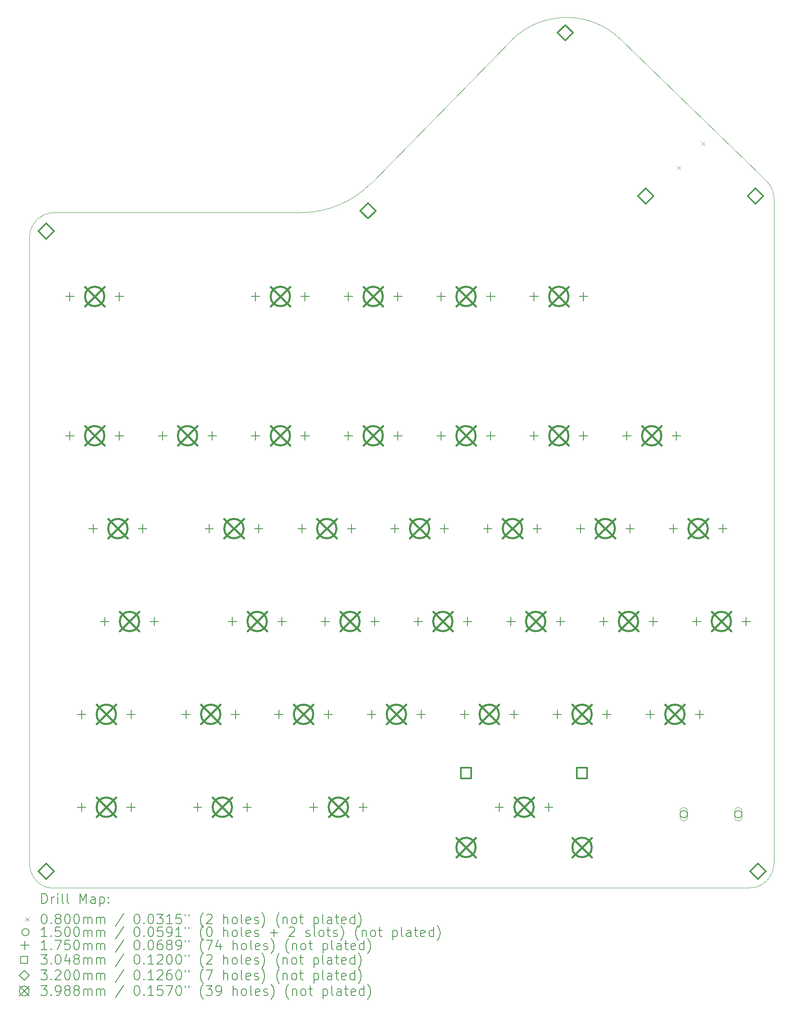
<source format=gbr>
%TF.GenerationSoftware,KiCad,Pcbnew,7.0.9-1.fc39*%
%TF.CreationDate,2024-01-02T19:24:07+02:00*%
%TF.ProjectId,SplitHsideLeft3,53706c69-7448-4736-9964-654c65667433,rev?*%
%TF.SameCoordinates,Original*%
%TF.FileFunction,Drillmap*%
%TF.FilePolarity,Positive*%
%FSLAX45Y45*%
G04 Gerber Fmt 4.5, Leading zero omitted, Abs format (unit mm)*
G04 Created by KiCad (PCBNEW 7.0.9-1.fc39) date 2024-01-02 19:24:07*
%MOMM*%
%LPD*%
G01*
G04 APERTURE LIST*
%ADD10C,0.100000*%
%ADD11C,0.050000*%
%ADD12C,0.200000*%
%ADD13C,0.150000*%
%ADD14C,0.175000*%
%ADD15C,0.304800*%
%ADD16C,0.320000*%
%ADD17C,0.398780*%
G04 APERTURE END LIST*
D10*
X7102075Y-19268309D02*
X7144228Y-19279604D01*
X7146728Y-5448270D02*
X7104575Y-5459565D01*
X6808781Y-19022206D02*
X6830601Y-19060000D01*
X6792838Y-5745219D02*
X6777912Y-5786228D01*
X6947973Y-19188088D02*
X6983721Y-19213120D01*
X6752736Y-18813041D02*
X6756539Y-18856515D01*
X6811281Y-5705668D02*
X6792838Y-5745219D01*
X6790338Y-18982655D02*
X6808781Y-19022206D01*
X22034500Y-5689600D02*
X22032500Y-5951974D01*
X6775412Y-18941646D02*
X6790338Y-18982655D01*
D11*
X18906468Y-1904083D02*
G75*
G03*
X16643727Y-1904083I-1131371J-1131371D01*
G01*
D10*
X22034500Y-5524500D02*
X22034500Y-5321371D01*
X6886184Y-5598695D02*
X6858132Y-5632126D01*
X6752500Y-18791221D02*
X6752736Y-18813041D01*
X6986221Y-5514755D02*
X6950473Y-5539786D01*
X18906468Y-1904083D02*
X21740930Y-4650000D01*
X6756539Y-18856515D02*
X6764117Y-18899493D01*
X6917042Y-5567837D02*
X6886184Y-5598695D01*
X7187205Y-19287182D02*
X7230680Y-19290985D01*
X7061066Y-19253383D02*
X7102075Y-19268309D01*
X7255000Y-5436653D02*
X7233180Y-5436889D01*
X22034504Y-5154654D02*
G75*
G03*
X21892665Y-4805774I-500004J-6D01*
G01*
X22032500Y-7611068D02*
X22032500Y-5951974D01*
X21530000Y-19291220D02*
G75*
G03*
X22030000Y-18791221I0J500000D01*
G01*
X7230680Y-19290985D02*
X7252500Y-19291221D01*
X7024015Y-5492934D02*
X6986221Y-5514755D01*
X7233180Y-5436889D02*
X7189705Y-5440692D01*
X22034500Y-5524500D02*
X22034500Y-5689600D01*
X7144228Y-19279604D02*
X7187205Y-19287182D01*
X12334633Y-5437242D02*
G75*
G03*
X13748847Y-4851456I-8J2000020D01*
G01*
X6883684Y-19129179D02*
X6914542Y-19160037D01*
X7189705Y-5440692D02*
X7146728Y-5448270D01*
X7252500Y-19291221D02*
X19530000Y-19291221D01*
X6833101Y-5667874D02*
X6811281Y-5705668D01*
X6759039Y-5871359D02*
X6755236Y-5914833D01*
X6755236Y-5914833D02*
X6752500Y-18791221D01*
X7104575Y-5459565D02*
X7063566Y-5474491D01*
X6855632Y-19095748D02*
X6883684Y-19129179D01*
X6858132Y-5632126D02*
X6833101Y-5667874D01*
X7063566Y-5474491D02*
X7024015Y-5492934D01*
X7021515Y-19234940D02*
X7061066Y-19253383D01*
X22034500Y-5321371D02*
X22034500Y-5154654D01*
X6830601Y-19060000D02*
X6855632Y-19095748D01*
X6914542Y-19160037D02*
X6947973Y-19188088D01*
X6766617Y-5828381D02*
X6759039Y-5871359D01*
X6777912Y-5786228D02*
X6766617Y-5828381D01*
X22030000Y-18791221D02*
X22032500Y-17010000D01*
X6983721Y-19213120D02*
X7021515Y-19234940D01*
X19530000Y-19291221D02*
X21530000Y-19291221D01*
X16643727Y-1904083D02*
X13748847Y-4851456D01*
X6950473Y-5539786D02*
X6917042Y-5567837D01*
X12334633Y-5437242D02*
X7255000Y-5436653D01*
X6764117Y-18899493D02*
X6775412Y-18941646D01*
X22032500Y-17010000D02*
X22032500Y-7611068D01*
X21892665Y-4805774D02*
X21740930Y-4650000D01*
D12*
D10*
X20040528Y-4479203D02*
X20120528Y-4559203D01*
X20120528Y-4479203D02*
X20040528Y-4559203D01*
X20535503Y-3984228D02*
X20615503Y-4064228D01*
X20615503Y-3984228D02*
X20535503Y-4064228D01*
D13*
X20255000Y-17780000D02*
G75*
G03*
X20255000Y-17780000I-75000J0D01*
G01*
D10*
X20255000Y-17845000D02*
X20255000Y-17715000D01*
X20255000Y-17715000D02*
G75*
G03*
X20105000Y-17715000I-75000J0D01*
G01*
X20105000Y-17715000D02*
X20105000Y-17845000D01*
X20105000Y-17845000D02*
G75*
G03*
X20255000Y-17845000I75000J0D01*
G01*
D13*
X21375000Y-17780000D02*
G75*
G03*
X21375000Y-17780000I-75000J0D01*
G01*
D10*
X21375000Y-17845000D02*
X21375000Y-17715000D01*
X21375000Y-17715000D02*
G75*
G03*
X21225000Y-17715000I-75000J0D01*
G01*
X21225000Y-17715000D02*
X21225000Y-17845000D01*
X21225000Y-17845000D02*
G75*
G03*
X21375000Y-17845000I75000J0D01*
G01*
D14*
X7584783Y-7070622D02*
X7584783Y-7245622D01*
X7497283Y-7158122D02*
X7672283Y-7158122D01*
X7584783Y-9928134D02*
X7584783Y-10103134D01*
X7497283Y-10015634D02*
X7672283Y-10015634D01*
X7822909Y-15643158D02*
X7822909Y-15818158D01*
X7735409Y-15730658D02*
X7910409Y-15730658D01*
X7822909Y-17548166D02*
X7822909Y-17723166D01*
X7735409Y-17635666D02*
X7910409Y-17635666D01*
X8061035Y-11833142D02*
X8061035Y-12008142D01*
X7973535Y-11920642D02*
X8148535Y-11920642D01*
X8299161Y-13738150D02*
X8299161Y-13913150D01*
X8211661Y-13825650D02*
X8386661Y-13825650D01*
X8600783Y-7070622D02*
X8600783Y-7245622D01*
X8513283Y-7158122D02*
X8688283Y-7158122D01*
X8600783Y-9928134D02*
X8600783Y-10103134D01*
X8513283Y-10015634D02*
X8688283Y-10015634D01*
X8838909Y-15643158D02*
X8838909Y-15818158D01*
X8751409Y-15730658D02*
X8926409Y-15730658D01*
X8838909Y-17548166D02*
X8838909Y-17723166D01*
X8751409Y-17635666D02*
X8926409Y-17635666D01*
X9077035Y-11833142D02*
X9077035Y-12008142D01*
X8989535Y-11920642D02*
X9164535Y-11920642D01*
X9315161Y-13738150D02*
X9315161Y-13913150D01*
X9227661Y-13825650D02*
X9402661Y-13825650D01*
X9489791Y-9928134D02*
X9489791Y-10103134D01*
X9402291Y-10015634D02*
X9577291Y-10015634D01*
X9966043Y-15643158D02*
X9966043Y-15818158D01*
X9878543Y-15730658D02*
X10053543Y-15730658D01*
X10204169Y-17548166D02*
X10204169Y-17723166D01*
X10116669Y-17635666D02*
X10291669Y-17635666D01*
X10442295Y-11833142D02*
X10442295Y-12008142D01*
X10354795Y-11920642D02*
X10529795Y-11920642D01*
X10505791Y-9928134D02*
X10505791Y-10103134D01*
X10418291Y-10015634D02*
X10593291Y-10015634D01*
X10918547Y-13738150D02*
X10918547Y-13913150D01*
X10831047Y-13825650D02*
X11006047Y-13825650D01*
X10982043Y-15643158D02*
X10982043Y-15818158D01*
X10894543Y-15730658D02*
X11069543Y-15730658D01*
X11220169Y-17548166D02*
X11220169Y-17723166D01*
X11132669Y-17635666D02*
X11307669Y-17635666D01*
X11394771Y-7070610D02*
X11394771Y-7245610D01*
X11307271Y-7158110D02*
X11482271Y-7158110D01*
X11394799Y-9928134D02*
X11394799Y-10103134D01*
X11307299Y-10015634D02*
X11482299Y-10015634D01*
X11458295Y-11833142D02*
X11458295Y-12008142D01*
X11370795Y-11920642D02*
X11545795Y-11920642D01*
X11871051Y-15643158D02*
X11871051Y-15818158D01*
X11783551Y-15730658D02*
X11958551Y-15730658D01*
X11934547Y-13738150D02*
X11934547Y-13913150D01*
X11847047Y-13825650D02*
X12022047Y-13825650D01*
X12347303Y-11833142D02*
X12347303Y-12008142D01*
X12259803Y-11920642D02*
X12434803Y-11920642D01*
X12410771Y-7070610D02*
X12410771Y-7245610D01*
X12323271Y-7158110D02*
X12498271Y-7158110D01*
X12410799Y-9928134D02*
X12410799Y-10103134D01*
X12323299Y-10015634D02*
X12498299Y-10015634D01*
X12585429Y-17548166D02*
X12585429Y-17723166D01*
X12497929Y-17635666D02*
X12672929Y-17635666D01*
X12823555Y-13738150D02*
X12823555Y-13913150D01*
X12736055Y-13825650D02*
X12911055Y-13825650D01*
X12887051Y-15643158D02*
X12887051Y-15818158D01*
X12799551Y-15730658D02*
X12974551Y-15730658D01*
X13299771Y-7070622D02*
X13299771Y-7245622D01*
X13212271Y-7158122D02*
X13387271Y-7158122D01*
X13299807Y-9928134D02*
X13299807Y-10103134D01*
X13212307Y-10015634D02*
X13387307Y-10015634D01*
X13363303Y-11833142D02*
X13363303Y-12008142D01*
X13275803Y-11920642D02*
X13450803Y-11920642D01*
X13601429Y-17548166D02*
X13601429Y-17723166D01*
X13513929Y-17635666D02*
X13688929Y-17635666D01*
X13776059Y-15643158D02*
X13776059Y-15818158D01*
X13688559Y-15730658D02*
X13863559Y-15730658D01*
X13839555Y-13738150D02*
X13839555Y-13913150D01*
X13752055Y-13825650D02*
X13927055Y-13825650D01*
X14252311Y-11833142D02*
X14252311Y-12008142D01*
X14164811Y-11920642D02*
X14339811Y-11920642D01*
X14315771Y-7070622D02*
X14315771Y-7245622D01*
X14228271Y-7158122D02*
X14403271Y-7158122D01*
X14315807Y-9928134D02*
X14315807Y-10103134D01*
X14228307Y-10015634D02*
X14403307Y-10015634D01*
X14728563Y-13738150D02*
X14728563Y-13913150D01*
X14641063Y-13825650D02*
X14816063Y-13825650D01*
X14792059Y-15643158D02*
X14792059Y-15818158D01*
X14704559Y-15730658D02*
X14879559Y-15730658D01*
X15204771Y-9928110D02*
X15204771Y-10103110D01*
X15117271Y-10015610D02*
X15292271Y-10015610D01*
X15204807Y-7070622D02*
X15204807Y-7245622D01*
X15117307Y-7158122D02*
X15292307Y-7158122D01*
X15268311Y-11833142D02*
X15268311Y-12008142D01*
X15180811Y-11920642D02*
X15355811Y-11920642D01*
X15681021Y-15643110D02*
X15681021Y-15818110D01*
X15593521Y-15730610D02*
X15768521Y-15730610D01*
X15744563Y-13738150D02*
X15744563Y-13913150D01*
X15657063Y-13825650D02*
X15832063Y-13825650D01*
X16157271Y-11833110D02*
X16157271Y-12008110D01*
X16069771Y-11920610D02*
X16244771Y-11920610D01*
X16220771Y-9928110D02*
X16220771Y-10103110D01*
X16133271Y-10015610D02*
X16308271Y-10015610D01*
X16220807Y-7070622D02*
X16220807Y-7245622D01*
X16133307Y-7158122D02*
X16308307Y-7158122D01*
X16395396Y-17548110D02*
X16395396Y-17723110D01*
X16307896Y-17635610D02*
X16482896Y-17635610D01*
X16633521Y-13738110D02*
X16633521Y-13913110D01*
X16546021Y-13825610D02*
X16721021Y-13825610D01*
X16697021Y-15643110D02*
X16697021Y-15818110D01*
X16609521Y-15730610D02*
X16784521Y-15730610D01*
X17109771Y-7070622D02*
X17109771Y-7245622D01*
X17022271Y-7158122D02*
X17197271Y-7158122D01*
X17109771Y-9928110D02*
X17109771Y-10103110D01*
X17022271Y-10015610D02*
X17197271Y-10015610D01*
X17173271Y-11833110D02*
X17173271Y-12008110D01*
X17085771Y-11920610D02*
X17260771Y-11920610D01*
X17411396Y-17548110D02*
X17411396Y-17723110D01*
X17323896Y-17635610D02*
X17498896Y-17635610D01*
X17586021Y-15643110D02*
X17586021Y-15818110D01*
X17498521Y-15730610D02*
X17673521Y-15730610D01*
X17649521Y-13738110D02*
X17649521Y-13913110D01*
X17562021Y-13825610D02*
X17737021Y-13825610D01*
X18062271Y-11833110D02*
X18062271Y-12008110D01*
X17974771Y-11920610D02*
X18149771Y-11920610D01*
X18125771Y-7070622D02*
X18125771Y-7245622D01*
X18038271Y-7158122D02*
X18213271Y-7158122D01*
X18125771Y-9928110D02*
X18125771Y-10103110D01*
X18038271Y-10015610D02*
X18213271Y-10015610D01*
X18538521Y-13738110D02*
X18538521Y-13913110D01*
X18451021Y-13825610D02*
X18626021Y-13825610D01*
X18602021Y-15643110D02*
X18602021Y-15818110D01*
X18514521Y-15730610D02*
X18689521Y-15730610D01*
X19014771Y-9928110D02*
X19014771Y-10103110D01*
X18927271Y-10015610D02*
X19102271Y-10015610D01*
X19078271Y-11833110D02*
X19078271Y-12008110D01*
X18990771Y-11920610D02*
X19165771Y-11920610D01*
X19491021Y-15643110D02*
X19491021Y-15818110D01*
X19403521Y-15730610D02*
X19578521Y-15730610D01*
X19554521Y-13738110D02*
X19554521Y-13913110D01*
X19467021Y-13825610D02*
X19642021Y-13825610D01*
X19967271Y-11833110D02*
X19967271Y-12008110D01*
X19879771Y-11920610D02*
X20054771Y-11920610D01*
X20030771Y-9928110D02*
X20030771Y-10103110D01*
X19943271Y-10015610D02*
X20118271Y-10015610D01*
X20443521Y-13738110D02*
X20443521Y-13913110D01*
X20356021Y-13825610D02*
X20531021Y-13825610D01*
X20507021Y-15643110D02*
X20507021Y-15818110D01*
X20419521Y-15730610D02*
X20594521Y-15730610D01*
X20983271Y-11833110D02*
X20983271Y-12008110D01*
X20895771Y-11920610D02*
X21070771Y-11920610D01*
X21459521Y-13738110D02*
X21459521Y-13913110D01*
X21372021Y-13825610D02*
X21547021Y-13825610D01*
D15*
X15820535Y-17044874D02*
X15820535Y-16829346D01*
X15605007Y-16829346D01*
X15605007Y-17044874D01*
X15820535Y-17044874D01*
X18201785Y-17044874D02*
X18201785Y-16829346D01*
X17986257Y-16829346D01*
X17986257Y-17044874D01*
X18201785Y-17044874D01*
D16*
X7098000Y-5980000D02*
X7258000Y-5820000D01*
X7098000Y-5660000D01*
X6938000Y-5820000D01*
X7098000Y-5980000D01*
X7100000Y-19110000D02*
X7260000Y-18950000D01*
X7100000Y-18790000D01*
X6940000Y-18950000D01*
X7100000Y-19110000D01*
X13700000Y-5560000D02*
X13860000Y-5400000D01*
X13700000Y-5240000D01*
X13540000Y-5400000D01*
X13700000Y-5560000D01*
X17750000Y-1910000D02*
X17910000Y-1750000D01*
X17750000Y-1590000D01*
X17590000Y-1750000D01*
X17750000Y-1910000D01*
X19400000Y-5260000D02*
X19560000Y-5100000D01*
X19400000Y-4940000D01*
X19240000Y-5100000D01*
X19400000Y-5260000D01*
X21650000Y-5260000D02*
X21810000Y-5100000D01*
X21650000Y-4940000D01*
X21490000Y-5100000D01*
X21650000Y-5260000D01*
X21700000Y-19110000D02*
X21860000Y-18950000D01*
X21700000Y-18790000D01*
X21540000Y-18950000D01*
X21700000Y-19110000D01*
D17*
X7893393Y-6958732D02*
X8292173Y-7357512D01*
X8292173Y-6958732D02*
X7893393Y-7357512D01*
X8292173Y-7158122D02*
G75*
G03*
X8292173Y-7158122I-199390J0D01*
G01*
X7893393Y-9816244D02*
X8292173Y-10215024D01*
X8292173Y-9816244D02*
X7893393Y-10215024D01*
X8292173Y-10015634D02*
G75*
G03*
X8292173Y-10015634I-199390J0D01*
G01*
X8131519Y-15531268D02*
X8530299Y-15930048D01*
X8530299Y-15531268D02*
X8131519Y-15930048D01*
X8530299Y-15730658D02*
G75*
G03*
X8530299Y-15730658I-199390J0D01*
G01*
X8131519Y-17436276D02*
X8530299Y-17835056D01*
X8530299Y-17436276D02*
X8131519Y-17835056D01*
X8530299Y-17635666D02*
G75*
G03*
X8530299Y-17635666I-199390J0D01*
G01*
X8369645Y-11721252D02*
X8768425Y-12120032D01*
X8768425Y-11721252D02*
X8369645Y-12120032D01*
X8768425Y-11920642D02*
G75*
G03*
X8768425Y-11920642I-199390J0D01*
G01*
X8607771Y-13626260D02*
X9006551Y-14025040D01*
X9006551Y-13626260D02*
X8607771Y-14025040D01*
X9006551Y-13825650D02*
G75*
G03*
X9006551Y-13825650I-199390J0D01*
G01*
X9798401Y-9816244D02*
X10197181Y-10215024D01*
X10197181Y-9816244D02*
X9798401Y-10215024D01*
X10197181Y-10015634D02*
G75*
G03*
X10197181Y-10015634I-199390J0D01*
G01*
X10274653Y-15531268D02*
X10673433Y-15930048D01*
X10673433Y-15531268D02*
X10274653Y-15930048D01*
X10673433Y-15730658D02*
G75*
G03*
X10673433Y-15730658I-199390J0D01*
G01*
X10512779Y-17436276D02*
X10911559Y-17835056D01*
X10911559Y-17436276D02*
X10512779Y-17835056D01*
X10911559Y-17635666D02*
G75*
G03*
X10911559Y-17635666I-199390J0D01*
G01*
X10750905Y-11721252D02*
X11149685Y-12120032D01*
X11149685Y-11721252D02*
X10750905Y-12120032D01*
X11149685Y-11920642D02*
G75*
G03*
X11149685Y-11920642I-199390J0D01*
G01*
X11227157Y-13626260D02*
X11625937Y-14025040D01*
X11625937Y-13626260D02*
X11227157Y-14025040D01*
X11625937Y-13825650D02*
G75*
G03*
X11625937Y-13825650I-199390J0D01*
G01*
X11703381Y-6958720D02*
X12102161Y-7357500D01*
X12102161Y-6958720D02*
X11703381Y-7357500D01*
X12102161Y-7158110D02*
G75*
G03*
X12102161Y-7158110I-199390J0D01*
G01*
X11703409Y-9816244D02*
X12102189Y-10215024D01*
X12102189Y-9816244D02*
X11703409Y-10215024D01*
X12102189Y-10015634D02*
G75*
G03*
X12102189Y-10015634I-199390J0D01*
G01*
X12179661Y-15531268D02*
X12578441Y-15930048D01*
X12578441Y-15531268D02*
X12179661Y-15930048D01*
X12578441Y-15730658D02*
G75*
G03*
X12578441Y-15730658I-199390J0D01*
G01*
X12655913Y-11721252D02*
X13054693Y-12120032D01*
X13054693Y-11721252D02*
X12655913Y-12120032D01*
X13054693Y-11920642D02*
G75*
G03*
X13054693Y-11920642I-199390J0D01*
G01*
X12894039Y-17436276D02*
X13292819Y-17835056D01*
X13292819Y-17436276D02*
X12894039Y-17835056D01*
X13292819Y-17635666D02*
G75*
G03*
X13292819Y-17635666I-199390J0D01*
G01*
X13132165Y-13626260D02*
X13530945Y-14025040D01*
X13530945Y-13626260D02*
X13132165Y-14025040D01*
X13530945Y-13825650D02*
G75*
G03*
X13530945Y-13825650I-199390J0D01*
G01*
X13608381Y-6958732D02*
X14007161Y-7357512D01*
X14007161Y-6958732D02*
X13608381Y-7357512D01*
X14007161Y-7158122D02*
G75*
G03*
X14007161Y-7158122I-199390J0D01*
G01*
X13608417Y-9816244D02*
X14007197Y-10215024D01*
X14007197Y-9816244D02*
X13608417Y-10215024D01*
X14007197Y-10015634D02*
G75*
G03*
X14007197Y-10015634I-199390J0D01*
G01*
X14084669Y-15531268D02*
X14483449Y-15930048D01*
X14483449Y-15531268D02*
X14084669Y-15930048D01*
X14483449Y-15730658D02*
G75*
G03*
X14483449Y-15730658I-199390J0D01*
G01*
X14560921Y-11721252D02*
X14959701Y-12120032D01*
X14959701Y-11721252D02*
X14560921Y-12120032D01*
X14959701Y-11920642D02*
G75*
G03*
X14959701Y-11920642I-199390J0D01*
G01*
X15037173Y-13626260D02*
X15435953Y-14025040D01*
X15435953Y-13626260D02*
X15037173Y-14025040D01*
X15435953Y-13825650D02*
G75*
G03*
X15435953Y-13825650I-199390J0D01*
G01*
X15513381Y-9816220D02*
X15912161Y-10215000D01*
X15912161Y-9816220D02*
X15513381Y-10215000D01*
X15912161Y-10015610D02*
G75*
G03*
X15912161Y-10015610I-199390J0D01*
G01*
X15513381Y-18261720D02*
X15912161Y-18660500D01*
X15912161Y-18261720D02*
X15513381Y-18660500D01*
X15912161Y-18461110D02*
G75*
G03*
X15912161Y-18461110I-199390J0D01*
G01*
X15513417Y-6958732D02*
X15912197Y-7357512D01*
X15912197Y-6958732D02*
X15513417Y-7357512D01*
X15912197Y-7158122D02*
G75*
G03*
X15912197Y-7158122I-199390J0D01*
G01*
X15989631Y-15531220D02*
X16388411Y-15930000D01*
X16388411Y-15531220D02*
X15989631Y-15930000D01*
X16388411Y-15730610D02*
G75*
G03*
X16388411Y-15730610I-199390J0D01*
G01*
X16465881Y-11721220D02*
X16864661Y-12120000D01*
X16864661Y-11721220D02*
X16465881Y-12120000D01*
X16864661Y-11920610D02*
G75*
G03*
X16864661Y-11920610I-199390J0D01*
G01*
X16704006Y-17436220D02*
X17102786Y-17835000D01*
X17102786Y-17436220D02*
X16704006Y-17835000D01*
X17102786Y-17635610D02*
G75*
G03*
X17102786Y-17635610I-199390J0D01*
G01*
X16942131Y-13626220D02*
X17340911Y-14025000D01*
X17340911Y-13626220D02*
X16942131Y-14025000D01*
X17340911Y-13825610D02*
G75*
G03*
X17340911Y-13825610I-199390J0D01*
G01*
X17418381Y-6958732D02*
X17817161Y-7357512D01*
X17817161Y-6958732D02*
X17418381Y-7357512D01*
X17817161Y-7158122D02*
G75*
G03*
X17817161Y-7158122I-199390J0D01*
G01*
X17418381Y-9816220D02*
X17817161Y-10215000D01*
X17817161Y-9816220D02*
X17418381Y-10215000D01*
X17817161Y-10015610D02*
G75*
G03*
X17817161Y-10015610I-199390J0D01*
G01*
X17894631Y-15531220D02*
X18293411Y-15930000D01*
X18293411Y-15531220D02*
X17894631Y-15930000D01*
X18293411Y-15730610D02*
G75*
G03*
X18293411Y-15730610I-199390J0D01*
G01*
X17894631Y-18261720D02*
X18293411Y-18660500D01*
X18293411Y-18261720D02*
X17894631Y-18660500D01*
X18293411Y-18461110D02*
G75*
G03*
X18293411Y-18461110I-199390J0D01*
G01*
X18370881Y-11721220D02*
X18769661Y-12120000D01*
X18769661Y-11721220D02*
X18370881Y-12120000D01*
X18769661Y-11920610D02*
G75*
G03*
X18769661Y-11920610I-199390J0D01*
G01*
X18847131Y-13626220D02*
X19245911Y-14025000D01*
X19245911Y-13626220D02*
X18847131Y-14025000D01*
X19245911Y-13825610D02*
G75*
G03*
X19245911Y-13825610I-199390J0D01*
G01*
X19323381Y-9816220D02*
X19722161Y-10215000D01*
X19722161Y-9816220D02*
X19323381Y-10215000D01*
X19722161Y-10015610D02*
G75*
G03*
X19722161Y-10015610I-199390J0D01*
G01*
X19799631Y-15531220D02*
X20198411Y-15930000D01*
X20198411Y-15531220D02*
X19799631Y-15930000D01*
X20198411Y-15730610D02*
G75*
G03*
X20198411Y-15730610I-199390J0D01*
G01*
X20275881Y-11721220D02*
X20674661Y-12120000D01*
X20674661Y-11721220D02*
X20275881Y-12120000D01*
X20674661Y-11920610D02*
G75*
G03*
X20674661Y-11920610I-199390J0D01*
G01*
X20752131Y-13626220D02*
X21150911Y-14025000D01*
X21150911Y-13626220D02*
X20752131Y-14025000D01*
X21150911Y-13825610D02*
G75*
G03*
X21150911Y-13825610I-199390J0D01*
G01*
D12*
X7008277Y-19607705D02*
X7008277Y-19407705D01*
X7008277Y-19407705D02*
X7055896Y-19407705D01*
X7055896Y-19407705D02*
X7084467Y-19417229D01*
X7084467Y-19417229D02*
X7103515Y-19436276D01*
X7103515Y-19436276D02*
X7113039Y-19455324D01*
X7113039Y-19455324D02*
X7122562Y-19493419D01*
X7122562Y-19493419D02*
X7122562Y-19521990D01*
X7122562Y-19521990D02*
X7113039Y-19560086D01*
X7113039Y-19560086D02*
X7103515Y-19579133D01*
X7103515Y-19579133D02*
X7084467Y-19598181D01*
X7084467Y-19598181D02*
X7055896Y-19607705D01*
X7055896Y-19607705D02*
X7008277Y-19607705D01*
X7208277Y-19607705D02*
X7208277Y-19474371D01*
X7208277Y-19512467D02*
X7217801Y-19493419D01*
X7217801Y-19493419D02*
X7227324Y-19483895D01*
X7227324Y-19483895D02*
X7246372Y-19474371D01*
X7246372Y-19474371D02*
X7265420Y-19474371D01*
X7332086Y-19607705D02*
X7332086Y-19474371D01*
X7332086Y-19407705D02*
X7322562Y-19417229D01*
X7322562Y-19417229D02*
X7332086Y-19426752D01*
X7332086Y-19426752D02*
X7341610Y-19417229D01*
X7341610Y-19417229D02*
X7332086Y-19407705D01*
X7332086Y-19407705D02*
X7332086Y-19426752D01*
X7455896Y-19607705D02*
X7436848Y-19598181D01*
X7436848Y-19598181D02*
X7427324Y-19579133D01*
X7427324Y-19579133D02*
X7427324Y-19407705D01*
X7560658Y-19607705D02*
X7541610Y-19598181D01*
X7541610Y-19598181D02*
X7532086Y-19579133D01*
X7532086Y-19579133D02*
X7532086Y-19407705D01*
X7789229Y-19607705D02*
X7789229Y-19407705D01*
X7789229Y-19407705D02*
X7855896Y-19550562D01*
X7855896Y-19550562D02*
X7922562Y-19407705D01*
X7922562Y-19407705D02*
X7922562Y-19607705D01*
X8103515Y-19607705D02*
X8103515Y-19502943D01*
X8103515Y-19502943D02*
X8093991Y-19483895D01*
X8093991Y-19483895D02*
X8074943Y-19474371D01*
X8074943Y-19474371D02*
X8036848Y-19474371D01*
X8036848Y-19474371D02*
X8017801Y-19483895D01*
X8103515Y-19598181D02*
X8084467Y-19607705D01*
X8084467Y-19607705D02*
X8036848Y-19607705D01*
X8036848Y-19607705D02*
X8017801Y-19598181D01*
X8017801Y-19598181D02*
X8008277Y-19579133D01*
X8008277Y-19579133D02*
X8008277Y-19560086D01*
X8008277Y-19560086D02*
X8017801Y-19541038D01*
X8017801Y-19541038D02*
X8036848Y-19531514D01*
X8036848Y-19531514D02*
X8084467Y-19531514D01*
X8084467Y-19531514D02*
X8103515Y-19521990D01*
X8198753Y-19474371D02*
X8198753Y-19674371D01*
X8198753Y-19483895D02*
X8217801Y-19474371D01*
X8217801Y-19474371D02*
X8255896Y-19474371D01*
X8255896Y-19474371D02*
X8274943Y-19483895D01*
X8274943Y-19483895D02*
X8284467Y-19493419D01*
X8284467Y-19493419D02*
X8293991Y-19512467D01*
X8293991Y-19512467D02*
X8293991Y-19569609D01*
X8293991Y-19569609D02*
X8284467Y-19588657D01*
X8284467Y-19588657D02*
X8274943Y-19598181D01*
X8274943Y-19598181D02*
X8255896Y-19607705D01*
X8255896Y-19607705D02*
X8217801Y-19607705D01*
X8217801Y-19607705D02*
X8198753Y-19598181D01*
X8379705Y-19588657D02*
X8389229Y-19598181D01*
X8389229Y-19598181D02*
X8379705Y-19607705D01*
X8379705Y-19607705D02*
X8370182Y-19598181D01*
X8370182Y-19598181D02*
X8379705Y-19588657D01*
X8379705Y-19588657D02*
X8379705Y-19607705D01*
X8379705Y-19483895D02*
X8389229Y-19493419D01*
X8389229Y-19493419D02*
X8379705Y-19502943D01*
X8379705Y-19502943D02*
X8370182Y-19493419D01*
X8370182Y-19493419D02*
X8379705Y-19483895D01*
X8379705Y-19483895D02*
X8379705Y-19502943D01*
D10*
X6667500Y-19896221D02*
X6747500Y-19976221D01*
X6747500Y-19896221D02*
X6667500Y-19976221D01*
D12*
X7046372Y-19827705D02*
X7065420Y-19827705D01*
X7065420Y-19827705D02*
X7084467Y-19837229D01*
X7084467Y-19837229D02*
X7093991Y-19846752D01*
X7093991Y-19846752D02*
X7103515Y-19865800D01*
X7103515Y-19865800D02*
X7113039Y-19903895D01*
X7113039Y-19903895D02*
X7113039Y-19951514D01*
X7113039Y-19951514D02*
X7103515Y-19989609D01*
X7103515Y-19989609D02*
X7093991Y-20008657D01*
X7093991Y-20008657D02*
X7084467Y-20018181D01*
X7084467Y-20018181D02*
X7065420Y-20027705D01*
X7065420Y-20027705D02*
X7046372Y-20027705D01*
X7046372Y-20027705D02*
X7027324Y-20018181D01*
X7027324Y-20018181D02*
X7017801Y-20008657D01*
X7017801Y-20008657D02*
X7008277Y-19989609D01*
X7008277Y-19989609D02*
X6998753Y-19951514D01*
X6998753Y-19951514D02*
X6998753Y-19903895D01*
X6998753Y-19903895D02*
X7008277Y-19865800D01*
X7008277Y-19865800D02*
X7017801Y-19846752D01*
X7017801Y-19846752D02*
X7027324Y-19837229D01*
X7027324Y-19837229D02*
X7046372Y-19827705D01*
X7198753Y-20008657D02*
X7208277Y-20018181D01*
X7208277Y-20018181D02*
X7198753Y-20027705D01*
X7198753Y-20027705D02*
X7189229Y-20018181D01*
X7189229Y-20018181D02*
X7198753Y-20008657D01*
X7198753Y-20008657D02*
X7198753Y-20027705D01*
X7322562Y-19913419D02*
X7303515Y-19903895D01*
X7303515Y-19903895D02*
X7293991Y-19894371D01*
X7293991Y-19894371D02*
X7284467Y-19875324D01*
X7284467Y-19875324D02*
X7284467Y-19865800D01*
X7284467Y-19865800D02*
X7293991Y-19846752D01*
X7293991Y-19846752D02*
X7303515Y-19837229D01*
X7303515Y-19837229D02*
X7322562Y-19827705D01*
X7322562Y-19827705D02*
X7360658Y-19827705D01*
X7360658Y-19827705D02*
X7379705Y-19837229D01*
X7379705Y-19837229D02*
X7389229Y-19846752D01*
X7389229Y-19846752D02*
X7398753Y-19865800D01*
X7398753Y-19865800D02*
X7398753Y-19875324D01*
X7398753Y-19875324D02*
X7389229Y-19894371D01*
X7389229Y-19894371D02*
X7379705Y-19903895D01*
X7379705Y-19903895D02*
X7360658Y-19913419D01*
X7360658Y-19913419D02*
X7322562Y-19913419D01*
X7322562Y-19913419D02*
X7303515Y-19922943D01*
X7303515Y-19922943D02*
X7293991Y-19932467D01*
X7293991Y-19932467D02*
X7284467Y-19951514D01*
X7284467Y-19951514D02*
X7284467Y-19989609D01*
X7284467Y-19989609D02*
X7293991Y-20008657D01*
X7293991Y-20008657D02*
X7303515Y-20018181D01*
X7303515Y-20018181D02*
X7322562Y-20027705D01*
X7322562Y-20027705D02*
X7360658Y-20027705D01*
X7360658Y-20027705D02*
X7379705Y-20018181D01*
X7379705Y-20018181D02*
X7389229Y-20008657D01*
X7389229Y-20008657D02*
X7398753Y-19989609D01*
X7398753Y-19989609D02*
X7398753Y-19951514D01*
X7398753Y-19951514D02*
X7389229Y-19932467D01*
X7389229Y-19932467D02*
X7379705Y-19922943D01*
X7379705Y-19922943D02*
X7360658Y-19913419D01*
X7522562Y-19827705D02*
X7541610Y-19827705D01*
X7541610Y-19827705D02*
X7560658Y-19837229D01*
X7560658Y-19837229D02*
X7570182Y-19846752D01*
X7570182Y-19846752D02*
X7579705Y-19865800D01*
X7579705Y-19865800D02*
X7589229Y-19903895D01*
X7589229Y-19903895D02*
X7589229Y-19951514D01*
X7589229Y-19951514D02*
X7579705Y-19989609D01*
X7579705Y-19989609D02*
X7570182Y-20008657D01*
X7570182Y-20008657D02*
X7560658Y-20018181D01*
X7560658Y-20018181D02*
X7541610Y-20027705D01*
X7541610Y-20027705D02*
X7522562Y-20027705D01*
X7522562Y-20027705D02*
X7503515Y-20018181D01*
X7503515Y-20018181D02*
X7493991Y-20008657D01*
X7493991Y-20008657D02*
X7484467Y-19989609D01*
X7484467Y-19989609D02*
X7474943Y-19951514D01*
X7474943Y-19951514D02*
X7474943Y-19903895D01*
X7474943Y-19903895D02*
X7484467Y-19865800D01*
X7484467Y-19865800D02*
X7493991Y-19846752D01*
X7493991Y-19846752D02*
X7503515Y-19837229D01*
X7503515Y-19837229D02*
X7522562Y-19827705D01*
X7713039Y-19827705D02*
X7732086Y-19827705D01*
X7732086Y-19827705D02*
X7751134Y-19837229D01*
X7751134Y-19837229D02*
X7760658Y-19846752D01*
X7760658Y-19846752D02*
X7770182Y-19865800D01*
X7770182Y-19865800D02*
X7779705Y-19903895D01*
X7779705Y-19903895D02*
X7779705Y-19951514D01*
X7779705Y-19951514D02*
X7770182Y-19989609D01*
X7770182Y-19989609D02*
X7760658Y-20008657D01*
X7760658Y-20008657D02*
X7751134Y-20018181D01*
X7751134Y-20018181D02*
X7732086Y-20027705D01*
X7732086Y-20027705D02*
X7713039Y-20027705D01*
X7713039Y-20027705D02*
X7693991Y-20018181D01*
X7693991Y-20018181D02*
X7684467Y-20008657D01*
X7684467Y-20008657D02*
X7674943Y-19989609D01*
X7674943Y-19989609D02*
X7665420Y-19951514D01*
X7665420Y-19951514D02*
X7665420Y-19903895D01*
X7665420Y-19903895D02*
X7674943Y-19865800D01*
X7674943Y-19865800D02*
X7684467Y-19846752D01*
X7684467Y-19846752D02*
X7693991Y-19837229D01*
X7693991Y-19837229D02*
X7713039Y-19827705D01*
X7865420Y-20027705D02*
X7865420Y-19894371D01*
X7865420Y-19913419D02*
X7874943Y-19903895D01*
X7874943Y-19903895D02*
X7893991Y-19894371D01*
X7893991Y-19894371D02*
X7922563Y-19894371D01*
X7922563Y-19894371D02*
X7941610Y-19903895D01*
X7941610Y-19903895D02*
X7951134Y-19922943D01*
X7951134Y-19922943D02*
X7951134Y-20027705D01*
X7951134Y-19922943D02*
X7960658Y-19903895D01*
X7960658Y-19903895D02*
X7979705Y-19894371D01*
X7979705Y-19894371D02*
X8008277Y-19894371D01*
X8008277Y-19894371D02*
X8027324Y-19903895D01*
X8027324Y-19903895D02*
X8036848Y-19922943D01*
X8036848Y-19922943D02*
X8036848Y-20027705D01*
X8132086Y-20027705D02*
X8132086Y-19894371D01*
X8132086Y-19913419D02*
X8141610Y-19903895D01*
X8141610Y-19903895D02*
X8160658Y-19894371D01*
X8160658Y-19894371D02*
X8189229Y-19894371D01*
X8189229Y-19894371D02*
X8208277Y-19903895D01*
X8208277Y-19903895D02*
X8217801Y-19922943D01*
X8217801Y-19922943D02*
X8217801Y-20027705D01*
X8217801Y-19922943D02*
X8227324Y-19903895D01*
X8227324Y-19903895D02*
X8246372Y-19894371D01*
X8246372Y-19894371D02*
X8274943Y-19894371D01*
X8274943Y-19894371D02*
X8293991Y-19903895D01*
X8293991Y-19903895D02*
X8303515Y-19922943D01*
X8303515Y-19922943D02*
X8303515Y-20027705D01*
X8693991Y-19818181D02*
X8522563Y-20075324D01*
X8951134Y-19827705D02*
X8970182Y-19827705D01*
X8970182Y-19827705D02*
X8989229Y-19837229D01*
X8989229Y-19837229D02*
X8998753Y-19846752D01*
X8998753Y-19846752D02*
X9008277Y-19865800D01*
X9008277Y-19865800D02*
X9017801Y-19903895D01*
X9017801Y-19903895D02*
X9017801Y-19951514D01*
X9017801Y-19951514D02*
X9008277Y-19989609D01*
X9008277Y-19989609D02*
X8998753Y-20008657D01*
X8998753Y-20008657D02*
X8989229Y-20018181D01*
X8989229Y-20018181D02*
X8970182Y-20027705D01*
X8970182Y-20027705D02*
X8951134Y-20027705D01*
X8951134Y-20027705D02*
X8932087Y-20018181D01*
X8932087Y-20018181D02*
X8922563Y-20008657D01*
X8922563Y-20008657D02*
X8913039Y-19989609D01*
X8913039Y-19989609D02*
X8903515Y-19951514D01*
X8903515Y-19951514D02*
X8903515Y-19903895D01*
X8903515Y-19903895D02*
X8913039Y-19865800D01*
X8913039Y-19865800D02*
X8922563Y-19846752D01*
X8922563Y-19846752D02*
X8932087Y-19837229D01*
X8932087Y-19837229D02*
X8951134Y-19827705D01*
X9103515Y-20008657D02*
X9113039Y-20018181D01*
X9113039Y-20018181D02*
X9103515Y-20027705D01*
X9103515Y-20027705D02*
X9093991Y-20018181D01*
X9093991Y-20018181D02*
X9103515Y-20008657D01*
X9103515Y-20008657D02*
X9103515Y-20027705D01*
X9236848Y-19827705D02*
X9255896Y-19827705D01*
X9255896Y-19827705D02*
X9274944Y-19837229D01*
X9274944Y-19837229D02*
X9284468Y-19846752D01*
X9284468Y-19846752D02*
X9293991Y-19865800D01*
X9293991Y-19865800D02*
X9303515Y-19903895D01*
X9303515Y-19903895D02*
X9303515Y-19951514D01*
X9303515Y-19951514D02*
X9293991Y-19989609D01*
X9293991Y-19989609D02*
X9284468Y-20008657D01*
X9284468Y-20008657D02*
X9274944Y-20018181D01*
X9274944Y-20018181D02*
X9255896Y-20027705D01*
X9255896Y-20027705D02*
X9236848Y-20027705D01*
X9236848Y-20027705D02*
X9217801Y-20018181D01*
X9217801Y-20018181D02*
X9208277Y-20008657D01*
X9208277Y-20008657D02*
X9198753Y-19989609D01*
X9198753Y-19989609D02*
X9189229Y-19951514D01*
X9189229Y-19951514D02*
X9189229Y-19903895D01*
X9189229Y-19903895D02*
X9198753Y-19865800D01*
X9198753Y-19865800D02*
X9208277Y-19846752D01*
X9208277Y-19846752D02*
X9217801Y-19837229D01*
X9217801Y-19837229D02*
X9236848Y-19827705D01*
X9370182Y-19827705D02*
X9493991Y-19827705D01*
X9493991Y-19827705D02*
X9427325Y-19903895D01*
X9427325Y-19903895D02*
X9455896Y-19903895D01*
X9455896Y-19903895D02*
X9474944Y-19913419D01*
X9474944Y-19913419D02*
X9484468Y-19922943D01*
X9484468Y-19922943D02*
X9493991Y-19941990D01*
X9493991Y-19941990D02*
X9493991Y-19989609D01*
X9493991Y-19989609D02*
X9484468Y-20008657D01*
X9484468Y-20008657D02*
X9474944Y-20018181D01*
X9474944Y-20018181D02*
X9455896Y-20027705D01*
X9455896Y-20027705D02*
X9398753Y-20027705D01*
X9398753Y-20027705D02*
X9379706Y-20018181D01*
X9379706Y-20018181D02*
X9370182Y-20008657D01*
X9684468Y-20027705D02*
X9570182Y-20027705D01*
X9627325Y-20027705D02*
X9627325Y-19827705D01*
X9627325Y-19827705D02*
X9608277Y-19856276D01*
X9608277Y-19856276D02*
X9589229Y-19875324D01*
X9589229Y-19875324D02*
X9570182Y-19884848D01*
X9865420Y-19827705D02*
X9770182Y-19827705D01*
X9770182Y-19827705D02*
X9760658Y-19922943D01*
X9760658Y-19922943D02*
X9770182Y-19913419D01*
X9770182Y-19913419D02*
X9789229Y-19903895D01*
X9789229Y-19903895D02*
X9836849Y-19903895D01*
X9836849Y-19903895D02*
X9855896Y-19913419D01*
X9855896Y-19913419D02*
X9865420Y-19922943D01*
X9865420Y-19922943D02*
X9874944Y-19941990D01*
X9874944Y-19941990D02*
X9874944Y-19989609D01*
X9874944Y-19989609D02*
X9865420Y-20008657D01*
X9865420Y-20008657D02*
X9855896Y-20018181D01*
X9855896Y-20018181D02*
X9836849Y-20027705D01*
X9836849Y-20027705D02*
X9789229Y-20027705D01*
X9789229Y-20027705D02*
X9770182Y-20018181D01*
X9770182Y-20018181D02*
X9760658Y-20008657D01*
X9951134Y-19827705D02*
X9951134Y-19865800D01*
X10027325Y-19827705D02*
X10027325Y-19865800D01*
X10322563Y-20103895D02*
X10313039Y-20094371D01*
X10313039Y-20094371D02*
X10293991Y-20065800D01*
X10293991Y-20065800D02*
X10284468Y-20046752D01*
X10284468Y-20046752D02*
X10274944Y-20018181D01*
X10274944Y-20018181D02*
X10265420Y-19970562D01*
X10265420Y-19970562D02*
X10265420Y-19932467D01*
X10265420Y-19932467D02*
X10274944Y-19884848D01*
X10274944Y-19884848D02*
X10284468Y-19856276D01*
X10284468Y-19856276D02*
X10293991Y-19837229D01*
X10293991Y-19837229D02*
X10313039Y-19808657D01*
X10313039Y-19808657D02*
X10322563Y-19799133D01*
X10389230Y-19846752D02*
X10398753Y-19837229D01*
X10398753Y-19837229D02*
X10417801Y-19827705D01*
X10417801Y-19827705D02*
X10465420Y-19827705D01*
X10465420Y-19827705D02*
X10484468Y-19837229D01*
X10484468Y-19837229D02*
X10493991Y-19846752D01*
X10493991Y-19846752D02*
X10503515Y-19865800D01*
X10503515Y-19865800D02*
X10503515Y-19884848D01*
X10503515Y-19884848D02*
X10493991Y-19913419D01*
X10493991Y-19913419D02*
X10379706Y-20027705D01*
X10379706Y-20027705D02*
X10503515Y-20027705D01*
X10741611Y-20027705D02*
X10741611Y-19827705D01*
X10827325Y-20027705D02*
X10827325Y-19922943D01*
X10827325Y-19922943D02*
X10817801Y-19903895D01*
X10817801Y-19903895D02*
X10798753Y-19894371D01*
X10798753Y-19894371D02*
X10770182Y-19894371D01*
X10770182Y-19894371D02*
X10751134Y-19903895D01*
X10751134Y-19903895D02*
X10741611Y-19913419D01*
X10951134Y-20027705D02*
X10932087Y-20018181D01*
X10932087Y-20018181D02*
X10922563Y-20008657D01*
X10922563Y-20008657D02*
X10913039Y-19989609D01*
X10913039Y-19989609D02*
X10913039Y-19932467D01*
X10913039Y-19932467D02*
X10922563Y-19913419D01*
X10922563Y-19913419D02*
X10932087Y-19903895D01*
X10932087Y-19903895D02*
X10951134Y-19894371D01*
X10951134Y-19894371D02*
X10979706Y-19894371D01*
X10979706Y-19894371D02*
X10998753Y-19903895D01*
X10998753Y-19903895D02*
X11008277Y-19913419D01*
X11008277Y-19913419D02*
X11017801Y-19932467D01*
X11017801Y-19932467D02*
X11017801Y-19989609D01*
X11017801Y-19989609D02*
X11008277Y-20008657D01*
X11008277Y-20008657D02*
X10998753Y-20018181D01*
X10998753Y-20018181D02*
X10979706Y-20027705D01*
X10979706Y-20027705D02*
X10951134Y-20027705D01*
X11132087Y-20027705D02*
X11113039Y-20018181D01*
X11113039Y-20018181D02*
X11103515Y-19999133D01*
X11103515Y-19999133D02*
X11103515Y-19827705D01*
X11284468Y-20018181D02*
X11265420Y-20027705D01*
X11265420Y-20027705D02*
X11227325Y-20027705D01*
X11227325Y-20027705D02*
X11208277Y-20018181D01*
X11208277Y-20018181D02*
X11198753Y-19999133D01*
X11198753Y-19999133D02*
X11198753Y-19922943D01*
X11198753Y-19922943D02*
X11208277Y-19903895D01*
X11208277Y-19903895D02*
X11227325Y-19894371D01*
X11227325Y-19894371D02*
X11265420Y-19894371D01*
X11265420Y-19894371D02*
X11284468Y-19903895D01*
X11284468Y-19903895D02*
X11293991Y-19922943D01*
X11293991Y-19922943D02*
X11293991Y-19941990D01*
X11293991Y-19941990D02*
X11198753Y-19961038D01*
X11370182Y-20018181D02*
X11389230Y-20027705D01*
X11389230Y-20027705D02*
X11427325Y-20027705D01*
X11427325Y-20027705D02*
X11446372Y-20018181D01*
X11446372Y-20018181D02*
X11455896Y-19999133D01*
X11455896Y-19999133D02*
X11455896Y-19989609D01*
X11455896Y-19989609D02*
X11446372Y-19970562D01*
X11446372Y-19970562D02*
X11427325Y-19961038D01*
X11427325Y-19961038D02*
X11398753Y-19961038D01*
X11398753Y-19961038D02*
X11379706Y-19951514D01*
X11379706Y-19951514D02*
X11370182Y-19932467D01*
X11370182Y-19932467D02*
X11370182Y-19922943D01*
X11370182Y-19922943D02*
X11379706Y-19903895D01*
X11379706Y-19903895D02*
X11398753Y-19894371D01*
X11398753Y-19894371D02*
X11427325Y-19894371D01*
X11427325Y-19894371D02*
X11446372Y-19903895D01*
X11522563Y-20103895D02*
X11532087Y-20094371D01*
X11532087Y-20094371D02*
X11551134Y-20065800D01*
X11551134Y-20065800D02*
X11560658Y-20046752D01*
X11560658Y-20046752D02*
X11570182Y-20018181D01*
X11570182Y-20018181D02*
X11579706Y-19970562D01*
X11579706Y-19970562D02*
X11579706Y-19932467D01*
X11579706Y-19932467D02*
X11570182Y-19884848D01*
X11570182Y-19884848D02*
X11560658Y-19856276D01*
X11560658Y-19856276D02*
X11551134Y-19837229D01*
X11551134Y-19837229D02*
X11532087Y-19808657D01*
X11532087Y-19808657D02*
X11522563Y-19799133D01*
X11884468Y-20103895D02*
X11874944Y-20094371D01*
X11874944Y-20094371D02*
X11855896Y-20065800D01*
X11855896Y-20065800D02*
X11846372Y-20046752D01*
X11846372Y-20046752D02*
X11836849Y-20018181D01*
X11836849Y-20018181D02*
X11827325Y-19970562D01*
X11827325Y-19970562D02*
X11827325Y-19932467D01*
X11827325Y-19932467D02*
X11836849Y-19884848D01*
X11836849Y-19884848D02*
X11846372Y-19856276D01*
X11846372Y-19856276D02*
X11855896Y-19837229D01*
X11855896Y-19837229D02*
X11874944Y-19808657D01*
X11874944Y-19808657D02*
X11884468Y-19799133D01*
X11960658Y-19894371D02*
X11960658Y-20027705D01*
X11960658Y-19913419D02*
X11970182Y-19903895D01*
X11970182Y-19903895D02*
X11989230Y-19894371D01*
X11989230Y-19894371D02*
X12017801Y-19894371D01*
X12017801Y-19894371D02*
X12036849Y-19903895D01*
X12036849Y-19903895D02*
X12046372Y-19922943D01*
X12046372Y-19922943D02*
X12046372Y-20027705D01*
X12170182Y-20027705D02*
X12151134Y-20018181D01*
X12151134Y-20018181D02*
X12141611Y-20008657D01*
X12141611Y-20008657D02*
X12132087Y-19989609D01*
X12132087Y-19989609D02*
X12132087Y-19932467D01*
X12132087Y-19932467D02*
X12141611Y-19913419D01*
X12141611Y-19913419D02*
X12151134Y-19903895D01*
X12151134Y-19903895D02*
X12170182Y-19894371D01*
X12170182Y-19894371D02*
X12198753Y-19894371D01*
X12198753Y-19894371D02*
X12217801Y-19903895D01*
X12217801Y-19903895D02*
X12227325Y-19913419D01*
X12227325Y-19913419D02*
X12236849Y-19932467D01*
X12236849Y-19932467D02*
X12236849Y-19989609D01*
X12236849Y-19989609D02*
X12227325Y-20008657D01*
X12227325Y-20008657D02*
X12217801Y-20018181D01*
X12217801Y-20018181D02*
X12198753Y-20027705D01*
X12198753Y-20027705D02*
X12170182Y-20027705D01*
X12293992Y-19894371D02*
X12370182Y-19894371D01*
X12322563Y-19827705D02*
X12322563Y-19999133D01*
X12322563Y-19999133D02*
X12332087Y-20018181D01*
X12332087Y-20018181D02*
X12351134Y-20027705D01*
X12351134Y-20027705D02*
X12370182Y-20027705D01*
X12589230Y-19894371D02*
X12589230Y-20094371D01*
X12589230Y-19903895D02*
X12608277Y-19894371D01*
X12608277Y-19894371D02*
X12646373Y-19894371D01*
X12646373Y-19894371D02*
X12665420Y-19903895D01*
X12665420Y-19903895D02*
X12674944Y-19913419D01*
X12674944Y-19913419D02*
X12684468Y-19932467D01*
X12684468Y-19932467D02*
X12684468Y-19989609D01*
X12684468Y-19989609D02*
X12674944Y-20008657D01*
X12674944Y-20008657D02*
X12665420Y-20018181D01*
X12665420Y-20018181D02*
X12646373Y-20027705D01*
X12646373Y-20027705D02*
X12608277Y-20027705D01*
X12608277Y-20027705D02*
X12589230Y-20018181D01*
X12798753Y-20027705D02*
X12779706Y-20018181D01*
X12779706Y-20018181D02*
X12770182Y-19999133D01*
X12770182Y-19999133D02*
X12770182Y-19827705D01*
X12960658Y-20027705D02*
X12960658Y-19922943D01*
X12960658Y-19922943D02*
X12951134Y-19903895D01*
X12951134Y-19903895D02*
X12932087Y-19894371D01*
X12932087Y-19894371D02*
X12893992Y-19894371D01*
X12893992Y-19894371D02*
X12874944Y-19903895D01*
X12960658Y-20018181D02*
X12941611Y-20027705D01*
X12941611Y-20027705D02*
X12893992Y-20027705D01*
X12893992Y-20027705D02*
X12874944Y-20018181D01*
X12874944Y-20018181D02*
X12865420Y-19999133D01*
X12865420Y-19999133D02*
X12865420Y-19980086D01*
X12865420Y-19980086D02*
X12874944Y-19961038D01*
X12874944Y-19961038D02*
X12893992Y-19951514D01*
X12893992Y-19951514D02*
X12941611Y-19951514D01*
X12941611Y-19951514D02*
X12960658Y-19941990D01*
X13027325Y-19894371D02*
X13103515Y-19894371D01*
X13055896Y-19827705D02*
X13055896Y-19999133D01*
X13055896Y-19999133D02*
X13065420Y-20018181D01*
X13065420Y-20018181D02*
X13084468Y-20027705D01*
X13084468Y-20027705D02*
X13103515Y-20027705D01*
X13246373Y-20018181D02*
X13227325Y-20027705D01*
X13227325Y-20027705D02*
X13189230Y-20027705D01*
X13189230Y-20027705D02*
X13170182Y-20018181D01*
X13170182Y-20018181D02*
X13160658Y-19999133D01*
X13160658Y-19999133D02*
X13160658Y-19922943D01*
X13160658Y-19922943D02*
X13170182Y-19903895D01*
X13170182Y-19903895D02*
X13189230Y-19894371D01*
X13189230Y-19894371D02*
X13227325Y-19894371D01*
X13227325Y-19894371D02*
X13246373Y-19903895D01*
X13246373Y-19903895D02*
X13255896Y-19922943D01*
X13255896Y-19922943D02*
X13255896Y-19941990D01*
X13255896Y-19941990D02*
X13160658Y-19961038D01*
X13427325Y-20027705D02*
X13427325Y-19827705D01*
X13427325Y-20018181D02*
X13408277Y-20027705D01*
X13408277Y-20027705D02*
X13370182Y-20027705D01*
X13370182Y-20027705D02*
X13351134Y-20018181D01*
X13351134Y-20018181D02*
X13341611Y-20008657D01*
X13341611Y-20008657D02*
X13332087Y-19989609D01*
X13332087Y-19989609D02*
X13332087Y-19932467D01*
X13332087Y-19932467D02*
X13341611Y-19913419D01*
X13341611Y-19913419D02*
X13351134Y-19903895D01*
X13351134Y-19903895D02*
X13370182Y-19894371D01*
X13370182Y-19894371D02*
X13408277Y-19894371D01*
X13408277Y-19894371D02*
X13427325Y-19903895D01*
X13503515Y-20103895D02*
X13513039Y-20094371D01*
X13513039Y-20094371D02*
X13532087Y-20065800D01*
X13532087Y-20065800D02*
X13541611Y-20046752D01*
X13541611Y-20046752D02*
X13551134Y-20018181D01*
X13551134Y-20018181D02*
X13560658Y-19970562D01*
X13560658Y-19970562D02*
X13560658Y-19932467D01*
X13560658Y-19932467D02*
X13551134Y-19884848D01*
X13551134Y-19884848D02*
X13541611Y-19856276D01*
X13541611Y-19856276D02*
X13532087Y-19837229D01*
X13532087Y-19837229D02*
X13513039Y-19808657D01*
X13513039Y-19808657D02*
X13503515Y-19799133D01*
D13*
X6747500Y-20200221D02*
G75*
G03*
X6747500Y-20200221I-75000J0D01*
G01*
D12*
X7113039Y-20291705D02*
X6998753Y-20291705D01*
X7055896Y-20291705D02*
X7055896Y-20091705D01*
X7055896Y-20091705D02*
X7036848Y-20120276D01*
X7036848Y-20120276D02*
X7017801Y-20139324D01*
X7017801Y-20139324D02*
X6998753Y-20148848D01*
X7198753Y-20272657D02*
X7208277Y-20282181D01*
X7208277Y-20282181D02*
X7198753Y-20291705D01*
X7198753Y-20291705D02*
X7189229Y-20282181D01*
X7189229Y-20282181D02*
X7198753Y-20272657D01*
X7198753Y-20272657D02*
X7198753Y-20291705D01*
X7389229Y-20091705D02*
X7293991Y-20091705D01*
X7293991Y-20091705D02*
X7284467Y-20186943D01*
X7284467Y-20186943D02*
X7293991Y-20177419D01*
X7293991Y-20177419D02*
X7313039Y-20167895D01*
X7313039Y-20167895D02*
X7360658Y-20167895D01*
X7360658Y-20167895D02*
X7379705Y-20177419D01*
X7379705Y-20177419D02*
X7389229Y-20186943D01*
X7389229Y-20186943D02*
X7398753Y-20205990D01*
X7398753Y-20205990D02*
X7398753Y-20253609D01*
X7398753Y-20253609D02*
X7389229Y-20272657D01*
X7389229Y-20272657D02*
X7379705Y-20282181D01*
X7379705Y-20282181D02*
X7360658Y-20291705D01*
X7360658Y-20291705D02*
X7313039Y-20291705D01*
X7313039Y-20291705D02*
X7293991Y-20282181D01*
X7293991Y-20282181D02*
X7284467Y-20272657D01*
X7522562Y-20091705D02*
X7541610Y-20091705D01*
X7541610Y-20091705D02*
X7560658Y-20101229D01*
X7560658Y-20101229D02*
X7570182Y-20110752D01*
X7570182Y-20110752D02*
X7579705Y-20129800D01*
X7579705Y-20129800D02*
X7589229Y-20167895D01*
X7589229Y-20167895D02*
X7589229Y-20215514D01*
X7589229Y-20215514D02*
X7579705Y-20253609D01*
X7579705Y-20253609D02*
X7570182Y-20272657D01*
X7570182Y-20272657D02*
X7560658Y-20282181D01*
X7560658Y-20282181D02*
X7541610Y-20291705D01*
X7541610Y-20291705D02*
X7522562Y-20291705D01*
X7522562Y-20291705D02*
X7503515Y-20282181D01*
X7503515Y-20282181D02*
X7493991Y-20272657D01*
X7493991Y-20272657D02*
X7484467Y-20253609D01*
X7484467Y-20253609D02*
X7474943Y-20215514D01*
X7474943Y-20215514D02*
X7474943Y-20167895D01*
X7474943Y-20167895D02*
X7484467Y-20129800D01*
X7484467Y-20129800D02*
X7493991Y-20110752D01*
X7493991Y-20110752D02*
X7503515Y-20101229D01*
X7503515Y-20101229D02*
X7522562Y-20091705D01*
X7713039Y-20091705D02*
X7732086Y-20091705D01*
X7732086Y-20091705D02*
X7751134Y-20101229D01*
X7751134Y-20101229D02*
X7760658Y-20110752D01*
X7760658Y-20110752D02*
X7770182Y-20129800D01*
X7770182Y-20129800D02*
X7779705Y-20167895D01*
X7779705Y-20167895D02*
X7779705Y-20215514D01*
X7779705Y-20215514D02*
X7770182Y-20253609D01*
X7770182Y-20253609D02*
X7760658Y-20272657D01*
X7760658Y-20272657D02*
X7751134Y-20282181D01*
X7751134Y-20282181D02*
X7732086Y-20291705D01*
X7732086Y-20291705D02*
X7713039Y-20291705D01*
X7713039Y-20291705D02*
X7693991Y-20282181D01*
X7693991Y-20282181D02*
X7684467Y-20272657D01*
X7684467Y-20272657D02*
X7674943Y-20253609D01*
X7674943Y-20253609D02*
X7665420Y-20215514D01*
X7665420Y-20215514D02*
X7665420Y-20167895D01*
X7665420Y-20167895D02*
X7674943Y-20129800D01*
X7674943Y-20129800D02*
X7684467Y-20110752D01*
X7684467Y-20110752D02*
X7693991Y-20101229D01*
X7693991Y-20101229D02*
X7713039Y-20091705D01*
X7865420Y-20291705D02*
X7865420Y-20158371D01*
X7865420Y-20177419D02*
X7874943Y-20167895D01*
X7874943Y-20167895D02*
X7893991Y-20158371D01*
X7893991Y-20158371D02*
X7922563Y-20158371D01*
X7922563Y-20158371D02*
X7941610Y-20167895D01*
X7941610Y-20167895D02*
X7951134Y-20186943D01*
X7951134Y-20186943D02*
X7951134Y-20291705D01*
X7951134Y-20186943D02*
X7960658Y-20167895D01*
X7960658Y-20167895D02*
X7979705Y-20158371D01*
X7979705Y-20158371D02*
X8008277Y-20158371D01*
X8008277Y-20158371D02*
X8027324Y-20167895D01*
X8027324Y-20167895D02*
X8036848Y-20186943D01*
X8036848Y-20186943D02*
X8036848Y-20291705D01*
X8132086Y-20291705D02*
X8132086Y-20158371D01*
X8132086Y-20177419D02*
X8141610Y-20167895D01*
X8141610Y-20167895D02*
X8160658Y-20158371D01*
X8160658Y-20158371D02*
X8189229Y-20158371D01*
X8189229Y-20158371D02*
X8208277Y-20167895D01*
X8208277Y-20167895D02*
X8217801Y-20186943D01*
X8217801Y-20186943D02*
X8217801Y-20291705D01*
X8217801Y-20186943D02*
X8227324Y-20167895D01*
X8227324Y-20167895D02*
X8246372Y-20158371D01*
X8246372Y-20158371D02*
X8274943Y-20158371D01*
X8274943Y-20158371D02*
X8293991Y-20167895D01*
X8293991Y-20167895D02*
X8303515Y-20186943D01*
X8303515Y-20186943D02*
X8303515Y-20291705D01*
X8693991Y-20082181D02*
X8522563Y-20339324D01*
X8951134Y-20091705D02*
X8970182Y-20091705D01*
X8970182Y-20091705D02*
X8989229Y-20101229D01*
X8989229Y-20101229D02*
X8998753Y-20110752D01*
X8998753Y-20110752D02*
X9008277Y-20129800D01*
X9008277Y-20129800D02*
X9017801Y-20167895D01*
X9017801Y-20167895D02*
X9017801Y-20215514D01*
X9017801Y-20215514D02*
X9008277Y-20253609D01*
X9008277Y-20253609D02*
X8998753Y-20272657D01*
X8998753Y-20272657D02*
X8989229Y-20282181D01*
X8989229Y-20282181D02*
X8970182Y-20291705D01*
X8970182Y-20291705D02*
X8951134Y-20291705D01*
X8951134Y-20291705D02*
X8932087Y-20282181D01*
X8932087Y-20282181D02*
X8922563Y-20272657D01*
X8922563Y-20272657D02*
X8913039Y-20253609D01*
X8913039Y-20253609D02*
X8903515Y-20215514D01*
X8903515Y-20215514D02*
X8903515Y-20167895D01*
X8903515Y-20167895D02*
X8913039Y-20129800D01*
X8913039Y-20129800D02*
X8922563Y-20110752D01*
X8922563Y-20110752D02*
X8932087Y-20101229D01*
X8932087Y-20101229D02*
X8951134Y-20091705D01*
X9103515Y-20272657D02*
X9113039Y-20282181D01*
X9113039Y-20282181D02*
X9103515Y-20291705D01*
X9103515Y-20291705D02*
X9093991Y-20282181D01*
X9093991Y-20282181D02*
X9103515Y-20272657D01*
X9103515Y-20272657D02*
X9103515Y-20291705D01*
X9236848Y-20091705D02*
X9255896Y-20091705D01*
X9255896Y-20091705D02*
X9274944Y-20101229D01*
X9274944Y-20101229D02*
X9284468Y-20110752D01*
X9284468Y-20110752D02*
X9293991Y-20129800D01*
X9293991Y-20129800D02*
X9303515Y-20167895D01*
X9303515Y-20167895D02*
X9303515Y-20215514D01*
X9303515Y-20215514D02*
X9293991Y-20253609D01*
X9293991Y-20253609D02*
X9284468Y-20272657D01*
X9284468Y-20272657D02*
X9274944Y-20282181D01*
X9274944Y-20282181D02*
X9255896Y-20291705D01*
X9255896Y-20291705D02*
X9236848Y-20291705D01*
X9236848Y-20291705D02*
X9217801Y-20282181D01*
X9217801Y-20282181D02*
X9208277Y-20272657D01*
X9208277Y-20272657D02*
X9198753Y-20253609D01*
X9198753Y-20253609D02*
X9189229Y-20215514D01*
X9189229Y-20215514D02*
X9189229Y-20167895D01*
X9189229Y-20167895D02*
X9198753Y-20129800D01*
X9198753Y-20129800D02*
X9208277Y-20110752D01*
X9208277Y-20110752D02*
X9217801Y-20101229D01*
X9217801Y-20101229D02*
X9236848Y-20091705D01*
X9484468Y-20091705D02*
X9389229Y-20091705D01*
X9389229Y-20091705D02*
X9379706Y-20186943D01*
X9379706Y-20186943D02*
X9389229Y-20177419D01*
X9389229Y-20177419D02*
X9408277Y-20167895D01*
X9408277Y-20167895D02*
X9455896Y-20167895D01*
X9455896Y-20167895D02*
X9474944Y-20177419D01*
X9474944Y-20177419D02*
X9484468Y-20186943D01*
X9484468Y-20186943D02*
X9493991Y-20205990D01*
X9493991Y-20205990D02*
X9493991Y-20253609D01*
X9493991Y-20253609D02*
X9484468Y-20272657D01*
X9484468Y-20272657D02*
X9474944Y-20282181D01*
X9474944Y-20282181D02*
X9455896Y-20291705D01*
X9455896Y-20291705D02*
X9408277Y-20291705D01*
X9408277Y-20291705D02*
X9389229Y-20282181D01*
X9389229Y-20282181D02*
X9379706Y-20272657D01*
X9589229Y-20291705D02*
X9627325Y-20291705D01*
X9627325Y-20291705D02*
X9646372Y-20282181D01*
X9646372Y-20282181D02*
X9655896Y-20272657D01*
X9655896Y-20272657D02*
X9674944Y-20244086D01*
X9674944Y-20244086D02*
X9684468Y-20205990D01*
X9684468Y-20205990D02*
X9684468Y-20129800D01*
X9684468Y-20129800D02*
X9674944Y-20110752D01*
X9674944Y-20110752D02*
X9665420Y-20101229D01*
X9665420Y-20101229D02*
X9646372Y-20091705D01*
X9646372Y-20091705D02*
X9608277Y-20091705D01*
X9608277Y-20091705D02*
X9589229Y-20101229D01*
X9589229Y-20101229D02*
X9579706Y-20110752D01*
X9579706Y-20110752D02*
X9570182Y-20129800D01*
X9570182Y-20129800D02*
X9570182Y-20177419D01*
X9570182Y-20177419D02*
X9579706Y-20196467D01*
X9579706Y-20196467D02*
X9589229Y-20205990D01*
X9589229Y-20205990D02*
X9608277Y-20215514D01*
X9608277Y-20215514D02*
X9646372Y-20215514D01*
X9646372Y-20215514D02*
X9665420Y-20205990D01*
X9665420Y-20205990D02*
X9674944Y-20196467D01*
X9674944Y-20196467D02*
X9684468Y-20177419D01*
X9874944Y-20291705D02*
X9760658Y-20291705D01*
X9817801Y-20291705D02*
X9817801Y-20091705D01*
X9817801Y-20091705D02*
X9798753Y-20120276D01*
X9798753Y-20120276D02*
X9779706Y-20139324D01*
X9779706Y-20139324D02*
X9760658Y-20148848D01*
X9951134Y-20091705D02*
X9951134Y-20129800D01*
X10027325Y-20091705D02*
X10027325Y-20129800D01*
X10322563Y-20367895D02*
X10313039Y-20358371D01*
X10313039Y-20358371D02*
X10293991Y-20329800D01*
X10293991Y-20329800D02*
X10284468Y-20310752D01*
X10284468Y-20310752D02*
X10274944Y-20282181D01*
X10274944Y-20282181D02*
X10265420Y-20234562D01*
X10265420Y-20234562D02*
X10265420Y-20196467D01*
X10265420Y-20196467D02*
X10274944Y-20148848D01*
X10274944Y-20148848D02*
X10284468Y-20120276D01*
X10284468Y-20120276D02*
X10293991Y-20101229D01*
X10293991Y-20101229D02*
X10313039Y-20072657D01*
X10313039Y-20072657D02*
X10322563Y-20063133D01*
X10436849Y-20091705D02*
X10455896Y-20091705D01*
X10455896Y-20091705D02*
X10474944Y-20101229D01*
X10474944Y-20101229D02*
X10484468Y-20110752D01*
X10484468Y-20110752D02*
X10493991Y-20129800D01*
X10493991Y-20129800D02*
X10503515Y-20167895D01*
X10503515Y-20167895D02*
X10503515Y-20215514D01*
X10503515Y-20215514D02*
X10493991Y-20253609D01*
X10493991Y-20253609D02*
X10484468Y-20272657D01*
X10484468Y-20272657D02*
X10474944Y-20282181D01*
X10474944Y-20282181D02*
X10455896Y-20291705D01*
X10455896Y-20291705D02*
X10436849Y-20291705D01*
X10436849Y-20291705D02*
X10417801Y-20282181D01*
X10417801Y-20282181D02*
X10408277Y-20272657D01*
X10408277Y-20272657D02*
X10398753Y-20253609D01*
X10398753Y-20253609D02*
X10389230Y-20215514D01*
X10389230Y-20215514D02*
X10389230Y-20167895D01*
X10389230Y-20167895D02*
X10398753Y-20129800D01*
X10398753Y-20129800D02*
X10408277Y-20110752D01*
X10408277Y-20110752D02*
X10417801Y-20101229D01*
X10417801Y-20101229D02*
X10436849Y-20091705D01*
X10741611Y-20291705D02*
X10741611Y-20091705D01*
X10827325Y-20291705D02*
X10827325Y-20186943D01*
X10827325Y-20186943D02*
X10817801Y-20167895D01*
X10817801Y-20167895D02*
X10798753Y-20158371D01*
X10798753Y-20158371D02*
X10770182Y-20158371D01*
X10770182Y-20158371D02*
X10751134Y-20167895D01*
X10751134Y-20167895D02*
X10741611Y-20177419D01*
X10951134Y-20291705D02*
X10932087Y-20282181D01*
X10932087Y-20282181D02*
X10922563Y-20272657D01*
X10922563Y-20272657D02*
X10913039Y-20253609D01*
X10913039Y-20253609D02*
X10913039Y-20196467D01*
X10913039Y-20196467D02*
X10922563Y-20177419D01*
X10922563Y-20177419D02*
X10932087Y-20167895D01*
X10932087Y-20167895D02*
X10951134Y-20158371D01*
X10951134Y-20158371D02*
X10979706Y-20158371D01*
X10979706Y-20158371D02*
X10998753Y-20167895D01*
X10998753Y-20167895D02*
X11008277Y-20177419D01*
X11008277Y-20177419D02*
X11017801Y-20196467D01*
X11017801Y-20196467D02*
X11017801Y-20253609D01*
X11017801Y-20253609D02*
X11008277Y-20272657D01*
X11008277Y-20272657D02*
X10998753Y-20282181D01*
X10998753Y-20282181D02*
X10979706Y-20291705D01*
X10979706Y-20291705D02*
X10951134Y-20291705D01*
X11132087Y-20291705D02*
X11113039Y-20282181D01*
X11113039Y-20282181D02*
X11103515Y-20263133D01*
X11103515Y-20263133D02*
X11103515Y-20091705D01*
X11284468Y-20282181D02*
X11265420Y-20291705D01*
X11265420Y-20291705D02*
X11227325Y-20291705D01*
X11227325Y-20291705D02*
X11208277Y-20282181D01*
X11208277Y-20282181D02*
X11198753Y-20263133D01*
X11198753Y-20263133D02*
X11198753Y-20186943D01*
X11198753Y-20186943D02*
X11208277Y-20167895D01*
X11208277Y-20167895D02*
X11227325Y-20158371D01*
X11227325Y-20158371D02*
X11265420Y-20158371D01*
X11265420Y-20158371D02*
X11284468Y-20167895D01*
X11284468Y-20167895D02*
X11293991Y-20186943D01*
X11293991Y-20186943D02*
X11293991Y-20205990D01*
X11293991Y-20205990D02*
X11198753Y-20225038D01*
X11370182Y-20282181D02*
X11389230Y-20291705D01*
X11389230Y-20291705D02*
X11427325Y-20291705D01*
X11427325Y-20291705D02*
X11446372Y-20282181D01*
X11446372Y-20282181D02*
X11455896Y-20263133D01*
X11455896Y-20263133D02*
X11455896Y-20253609D01*
X11455896Y-20253609D02*
X11446372Y-20234562D01*
X11446372Y-20234562D02*
X11427325Y-20225038D01*
X11427325Y-20225038D02*
X11398753Y-20225038D01*
X11398753Y-20225038D02*
X11379706Y-20215514D01*
X11379706Y-20215514D02*
X11370182Y-20196467D01*
X11370182Y-20196467D02*
X11370182Y-20186943D01*
X11370182Y-20186943D02*
X11379706Y-20167895D01*
X11379706Y-20167895D02*
X11398753Y-20158371D01*
X11398753Y-20158371D02*
X11427325Y-20158371D01*
X11427325Y-20158371D02*
X11446372Y-20167895D01*
X11693992Y-20215514D02*
X11846373Y-20215514D01*
X11770182Y-20291705D02*
X11770182Y-20139324D01*
X12084468Y-20110752D02*
X12093992Y-20101229D01*
X12093992Y-20101229D02*
X12113039Y-20091705D01*
X12113039Y-20091705D02*
X12160658Y-20091705D01*
X12160658Y-20091705D02*
X12179706Y-20101229D01*
X12179706Y-20101229D02*
X12189230Y-20110752D01*
X12189230Y-20110752D02*
X12198753Y-20129800D01*
X12198753Y-20129800D02*
X12198753Y-20148848D01*
X12198753Y-20148848D02*
X12189230Y-20177419D01*
X12189230Y-20177419D02*
X12074944Y-20291705D01*
X12074944Y-20291705D02*
X12198753Y-20291705D01*
X12427325Y-20282181D02*
X12446373Y-20291705D01*
X12446373Y-20291705D02*
X12484468Y-20291705D01*
X12484468Y-20291705D02*
X12503515Y-20282181D01*
X12503515Y-20282181D02*
X12513039Y-20263133D01*
X12513039Y-20263133D02*
X12513039Y-20253609D01*
X12513039Y-20253609D02*
X12503515Y-20234562D01*
X12503515Y-20234562D02*
X12484468Y-20225038D01*
X12484468Y-20225038D02*
X12455896Y-20225038D01*
X12455896Y-20225038D02*
X12436849Y-20215514D01*
X12436849Y-20215514D02*
X12427325Y-20196467D01*
X12427325Y-20196467D02*
X12427325Y-20186943D01*
X12427325Y-20186943D02*
X12436849Y-20167895D01*
X12436849Y-20167895D02*
X12455896Y-20158371D01*
X12455896Y-20158371D02*
X12484468Y-20158371D01*
X12484468Y-20158371D02*
X12503515Y-20167895D01*
X12627325Y-20291705D02*
X12608277Y-20282181D01*
X12608277Y-20282181D02*
X12598754Y-20263133D01*
X12598754Y-20263133D02*
X12598754Y-20091705D01*
X12732087Y-20291705D02*
X12713039Y-20282181D01*
X12713039Y-20282181D02*
X12703515Y-20272657D01*
X12703515Y-20272657D02*
X12693992Y-20253609D01*
X12693992Y-20253609D02*
X12693992Y-20196467D01*
X12693992Y-20196467D02*
X12703515Y-20177419D01*
X12703515Y-20177419D02*
X12713039Y-20167895D01*
X12713039Y-20167895D02*
X12732087Y-20158371D01*
X12732087Y-20158371D02*
X12760658Y-20158371D01*
X12760658Y-20158371D02*
X12779706Y-20167895D01*
X12779706Y-20167895D02*
X12789230Y-20177419D01*
X12789230Y-20177419D02*
X12798754Y-20196467D01*
X12798754Y-20196467D02*
X12798754Y-20253609D01*
X12798754Y-20253609D02*
X12789230Y-20272657D01*
X12789230Y-20272657D02*
X12779706Y-20282181D01*
X12779706Y-20282181D02*
X12760658Y-20291705D01*
X12760658Y-20291705D02*
X12732087Y-20291705D01*
X12855896Y-20158371D02*
X12932087Y-20158371D01*
X12884468Y-20091705D02*
X12884468Y-20263133D01*
X12884468Y-20263133D02*
X12893992Y-20282181D01*
X12893992Y-20282181D02*
X12913039Y-20291705D01*
X12913039Y-20291705D02*
X12932087Y-20291705D01*
X12989230Y-20282181D02*
X13008277Y-20291705D01*
X13008277Y-20291705D02*
X13046373Y-20291705D01*
X13046373Y-20291705D02*
X13065420Y-20282181D01*
X13065420Y-20282181D02*
X13074944Y-20263133D01*
X13074944Y-20263133D02*
X13074944Y-20253609D01*
X13074944Y-20253609D02*
X13065420Y-20234562D01*
X13065420Y-20234562D02*
X13046373Y-20225038D01*
X13046373Y-20225038D02*
X13017801Y-20225038D01*
X13017801Y-20225038D02*
X12998754Y-20215514D01*
X12998754Y-20215514D02*
X12989230Y-20196467D01*
X12989230Y-20196467D02*
X12989230Y-20186943D01*
X12989230Y-20186943D02*
X12998754Y-20167895D01*
X12998754Y-20167895D02*
X13017801Y-20158371D01*
X13017801Y-20158371D02*
X13046373Y-20158371D01*
X13046373Y-20158371D02*
X13065420Y-20167895D01*
X13141611Y-20367895D02*
X13151135Y-20358371D01*
X13151135Y-20358371D02*
X13170182Y-20329800D01*
X13170182Y-20329800D02*
X13179706Y-20310752D01*
X13179706Y-20310752D02*
X13189230Y-20282181D01*
X13189230Y-20282181D02*
X13198754Y-20234562D01*
X13198754Y-20234562D02*
X13198754Y-20196467D01*
X13198754Y-20196467D02*
X13189230Y-20148848D01*
X13189230Y-20148848D02*
X13179706Y-20120276D01*
X13179706Y-20120276D02*
X13170182Y-20101229D01*
X13170182Y-20101229D02*
X13151135Y-20072657D01*
X13151135Y-20072657D02*
X13141611Y-20063133D01*
X13503516Y-20367895D02*
X13493992Y-20358371D01*
X13493992Y-20358371D02*
X13474944Y-20329800D01*
X13474944Y-20329800D02*
X13465420Y-20310752D01*
X13465420Y-20310752D02*
X13455896Y-20282181D01*
X13455896Y-20282181D02*
X13446373Y-20234562D01*
X13446373Y-20234562D02*
X13446373Y-20196467D01*
X13446373Y-20196467D02*
X13455896Y-20148848D01*
X13455896Y-20148848D02*
X13465420Y-20120276D01*
X13465420Y-20120276D02*
X13474944Y-20101229D01*
X13474944Y-20101229D02*
X13493992Y-20072657D01*
X13493992Y-20072657D02*
X13503516Y-20063133D01*
X13579706Y-20158371D02*
X13579706Y-20291705D01*
X13579706Y-20177419D02*
X13589230Y-20167895D01*
X13589230Y-20167895D02*
X13608277Y-20158371D01*
X13608277Y-20158371D02*
X13636849Y-20158371D01*
X13636849Y-20158371D02*
X13655896Y-20167895D01*
X13655896Y-20167895D02*
X13665420Y-20186943D01*
X13665420Y-20186943D02*
X13665420Y-20291705D01*
X13789230Y-20291705D02*
X13770182Y-20282181D01*
X13770182Y-20282181D02*
X13760658Y-20272657D01*
X13760658Y-20272657D02*
X13751135Y-20253609D01*
X13751135Y-20253609D02*
X13751135Y-20196467D01*
X13751135Y-20196467D02*
X13760658Y-20177419D01*
X13760658Y-20177419D02*
X13770182Y-20167895D01*
X13770182Y-20167895D02*
X13789230Y-20158371D01*
X13789230Y-20158371D02*
X13817801Y-20158371D01*
X13817801Y-20158371D02*
X13836849Y-20167895D01*
X13836849Y-20167895D02*
X13846373Y-20177419D01*
X13846373Y-20177419D02*
X13855896Y-20196467D01*
X13855896Y-20196467D02*
X13855896Y-20253609D01*
X13855896Y-20253609D02*
X13846373Y-20272657D01*
X13846373Y-20272657D02*
X13836849Y-20282181D01*
X13836849Y-20282181D02*
X13817801Y-20291705D01*
X13817801Y-20291705D02*
X13789230Y-20291705D01*
X13913039Y-20158371D02*
X13989230Y-20158371D01*
X13941611Y-20091705D02*
X13941611Y-20263133D01*
X13941611Y-20263133D02*
X13951135Y-20282181D01*
X13951135Y-20282181D02*
X13970182Y-20291705D01*
X13970182Y-20291705D02*
X13989230Y-20291705D01*
X14208277Y-20158371D02*
X14208277Y-20358371D01*
X14208277Y-20167895D02*
X14227325Y-20158371D01*
X14227325Y-20158371D02*
X14265420Y-20158371D01*
X14265420Y-20158371D02*
X14284468Y-20167895D01*
X14284468Y-20167895D02*
X14293992Y-20177419D01*
X14293992Y-20177419D02*
X14303516Y-20196467D01*
X14303516Y-20196467D02*
X14303516Y-20253609D01*
X14303516Y-20253609D02*
X14293992Y-20272657D01*
X14293992Y-20272657D02*
X14284468Y-20282181D01*
X14284468Y-20282181D02*
X14265420Y-20291705D01*
X14265420Y-20291705D02*
X14227325Y-20291705D01*
X14227325Y-20291705D02*
X14208277Y-20282181D01*
X14417801Y-20291705D02*
X14398754Y-20282181D01*
X14398754Y-20282181D02*
X14389230Y-20263133D01*
X14389230Y-20263133D02*
X14389230Y-20091705D01*
X14579706Y-20291705D02*
X14579706Y-20186943D01*
X14579706Y-20186943D02*
X14570182Y-20167895D01*
X14570182Y-20167895D02*
X14551135Y-20158371D01*
X14551135Y-20158371D02*
X14513039Y-20158371D01*
X14513039Y-20158371D02*
X14493992Y-20167895D01*
X14579706Y-20282181D02*
X14560658Y-20291705D01*
X14560658Y-20291705D02*
X14513039Y-20291705D01*
X14513039Y-20291705D02*
X14493992Y-20282181D01*
X14493992Y-20282181D02*
X14484468Y-20263133D01*
X14484468Y-20263133D02*
X14484468Y-20244086D01*
X14484468Y-20244086D02*
X14493992Y-20225038D01*
X14493992Y-20225038D02*
X14513039Y-20215514D01*
X14513039Y-20215514D02*
X14560658Y-20215514D01*
X14560658Y-20215514D02*
X14579706Y-20205990D01*
X14646373Y-20158371D02*
X14722563Y-20158371D01*
X14674944Y-20091705D02*
X14674944Y-20263133D01*
X14674944Y-20263133D02*
X14684468Y-20282181D01*
X14684468Y-20282181D02*
X14703516Y-20291705D01*
X14703516Y-20291705D02*
X14722563Y-20291705D01*
X14865420Y-20282181D02*
X14846373Y-20291705D01*
X14846373Y-20291705D02*
X14808277Y-20291705D01*
X14808277Y-20291705D02*
X14789230Y-20282181D01*
X14789230Y-20282181D02*
X14779706Y-20263133D01*
X14779706Y-20263133D02*
X14779706Y-20186943D01*
X14779706Y-20186943D02*
X14789230Y-20167895D01*
X14789230Y-20167895D02*
X14808277Y-20158371D01*
X14808277Y-20158371D02*
X14846373Y-20158371D01*
X14846373Y-20158371D02*
X14865420Y-20167895D01*
X14865420Y-20167895D02*
X14874944Y-20186943D01*
X14874944Y-20186943D02*
X14874944Y-20205990D01*
X14874944Y-20205990D02*
X14779706Y-20225038D01*
X15046373Y-20291705D02*
X15046373Y-20091705D01*
X15046373Y-20282181D02*
X15027325Y-20291705D01*
X15027325Y-20291705D02*
X14989230Y-20291705D01*
X14989230Y-20291705D02*
X14970182Y-20282181D01*
X14970182Y-20282181D02*
X14960658Y-20272657D01*
X14960658Y-20272657D02*
X14951135Y-20253609D01*
X14951135Y-20253609D02*
X14951135Y-20196467D01*
X14951135Y-20196467D02*
X14960658Y-20177419D01*
X14960658Y-20177419D02*
X14970182Y-20167895D01*
X14970182Y-20167895D02*
X14989230Y-20158371D01*
X14989230Y-20158371D02*
X15027325Y-20158371D01*
X15027325Y-20158371D02*
X15046373Y-20167895D01*
X15122563Y-20367895D02*
X15132087Y-20358371D01*
X15132087Y-20358371D02*
X15151135Y-20329800D01*
X15151135Y-20329800D02*
X15160658Y-20310752D01*
X15160658Y-20310752D02*
X15170182Y-20282181D01*
X15170182Y-20282181D02*
X15179706Y-20234562D01*
X15179706Y-20234562D02*
X15179706Y-20196467D01*
X15179706Y-20196467D02*
X15170182Y-20148848D01*
X15170182Y-20148848D02*
X15160658Y-20120276D01*
X15160658Y-20120276D02*
X15151135Y-20101229D01*
X15151135Y-20101229D02*
X15132087Y-20072657D01*
X15132087Y-20072657D02*
X15122563Y-20063133D01*
D14*
X6660000Y-20382721D02*
X6660000Y-20557721D01*
X6572500Y-20470221D02*
X6747500Y-20470221D01*
D12*
X7113039Y-20561705D02*
X6998753Y-20561705D01*
X7055896Y-20561705D02*
X7055896Y-20361705D01*
X7055896Y-20361705D02*
X7036848Y-20390276D01*
X7036848Y-20390276D02*
X7017801Y-20409324D01*
X7017801Y-20409324D02*
X6998753Y-20418848D01*
X7198753Y-20542657D02*
X7208277Y-20552181D01*
X7208277Y-20552181D02*
X7198753Y-20561705D01*
X7198753Y-20561705D02*
X7189229Y-20552181D01*
X7189229Y-20552181D02*
X7198753Y-20542657D01*
X7198753Y-20542657D02*
X7198753Y-20561705D01*
X7274943Y-20361705D02*
X7408277Y-20361705D01*
X7408277Y-20361705D02*
X7322562Y-20561705D01*
X7579705Y-20361705D02*
X7484467Y-20361705D01*
X7484467Y-20361705D02*
X7474943Y-20456943D01*
X7474943Y-20456943D02*
X7484467Y-20447419D01*
X7484467Y-20447419D02*
X7503515Y-20437895D01*
X7503515Y-20437895D02*
X7551134Y-20437895D01*
X7551134Y-20437895D02*
X7570182Y-20447419D01*
X7570182Y-20447419D02*
X7579705Y-20456943D01*
X7579705Y-20456943D02*
X7589229Y-20475990D01*
X7589229Y-20475990D02*
X7589229Y-20523609D01*
X7589229Y-20523609D02*
X7579705Y-20542657D01*
X7579705Y-20542657D02*
X7570182Y-20552181D01*
X7570182Y-20552181D02*
X7551134Y-20561705D01*
X7551134Y-20561705D02*
X7503515Y-20561705D01*
X7503515Y-20561705D02*
X7484467Y-20552181D01*
X7484467Y-20552181D02*
X7474943Y-20542657D01*
X7713039Y-20361705D02*
X7732086Y-20361705D01*
X7732086Y-20361705D02*
X7751134Y-20371229D01*
X7751134Y-20371229D02*
X7760658Y-20380752D01*
X7760658Y-20380752D02*
X7770182Y-20399800D01*
X7770182Y-20399800D02*
X7779705Y-20437895D01*
X7779705Y-20437895D02*
X7779705Y-20485514D01*
X7779705Y-20485514D02*
X7770182Y-20523609D01*
X7770182Y-20523609D02*
X7760658Y-20542657D01*
X7760658Y-20542657D02*
X7751134Y-20552181D01*
X7751134Y-20552181D02*
X7732086Y-20561705D01*
X7732086Y-20561705D02*
X7713039Y-20561705D01*
X7713039Y-20561705D02*
X7693991Y-20552181D01*
X7693991Y-20552181D02*
X7684467Y-20542657D01*
X7684467Y-20542657D02*
X7674943Y-20523609D01*
X7674943Y-20523609D02*
X7665420Y-20485514D01*
X7665420Y-20485514D02*
X7665420Y-20437895D01*
X7665420Y-20437895D02*
X7674943Y-20399800D01*
X7674943Y-20399800D02*
X7684467Y-20380752D01*
X7684467Y-20380752D02*
X7693991Y-20371229D01*
X7693991Y-20371229D02*
X7713039Y-20361705D01*
X7865420Y-20561705D02*
X7865420Y-20428371D01*
X7865420Y-20447419D02*
X7874943Y-20437895D01*
X7874943Y-20437895D02*
X7893991Y-20428371D01*
X7893991Y-20428371D02*
X7922563Y-20428371D01*
X7922563Y-20428371D02*
X7941610Y-20437895D01*
X7941610Y-20437895D02*
X7951134Y-20456943D01*
X7951134Y-20456943D02*
X7951134Y-20561705D01*
X7951134Y-20456943D02*
X7960658Y-20437895D01*
X7960658Y-20437895D02*
X7979705Y-20428371D01*
X7979705Y-20428371D02*
X8008277Y-20428371D01*
X8008277Y-20428371D02*
X8027324Y-20437895D01*
X8027324Y-20437895D02*
X8036848Y-20456943D01*
X8036848Y-20456943D02*
X8036848Y-20561705D01*
X8132086Y-20561705D02*
X8132086Y-20428371D01*
X8132086Y-20447419D02*
X8141610Y-20437895D01*
X8141610Y-20437895D02*
X8160658Y-20428371D01*
X8160658Y-20428371D02*
X8189229Y-20428371D01*
X8189229Y-20428371D02*
X8208277Y-20437895D01*
X8208277Y-20437895D02*
X8217801Y-20456943D01*
X8217801Y-20456943D02*
X8217801Y-20561705D01*
X8217801Y-20456943D02*
X8227324Y-20437895D01*
X8227324Y-20437895D02*
X8246372Y-20428371D01*
X8246372Y-20428371D02*
X8274943Y-20428371D01*
X8274943Y-20428371D02*
X8293991Y-20437895D01*
X8293991Y-20437895D02*
X8303515Y-20456943D01*
X8303515Y-20456943D02*
X8303515Y-20561705D01*
X8693991Y-20352181D02*
X8522563Y-20609324D01*
X8951134Y-20361705D02*
X8970182Y-20361705D01*
X8970182Y-20361705D02*
X8989229Y-20371229D01*
X8989229Y-20371229D02*
X8998753Y-20380752D01*
X8998753Y-20380752D02*
X9008277Y-20399800D01*
X9008277Y-20399800D02*
X9017801Y-20437895D01*
X9017801Y-20437895D02*
X9017801Y-20485514D01*
X9017801Y-20485514D02*
X9008277Y-20523609D01*
X9008277Y-20523609D02*
X8998753Y-20542657D01*
X8998753Y-20542657D02*
X8989229Y-20552181D01*
X8989229Y-20552181D02*
X8970182Y-20561705D01*
X8970182Y-20561705D02*
X8951134Y-20561705D01*
X8951134Y-20561705D02*
X8932087Y-20552181D01*
X8932087Y-20552181D02*
X8922563Y-20542657D01*
X8922563Y-20542657D02*
X8913039Y-20523609D01*
X8913039Y-20523609D02*
X8903515Y-20485514D01*
X8903515Y-20485514D02*
X8903515Y-20437895D01*
X8903515Y-20437895D02*
X8913039Y-20399800D01*
X8913039Y-20399800D02*
X8922563Y-20380752D01*
X8922563Y-20380752D02*
X8932087Y-20371229D01*
X8932087Y-20371229D02*
X8951134Y-20361705D01*
X9103515Y-20542657D02*
X9113039Y-20552181D01*
X9113039Y-20552181D02*
X9103515Y-20561705D01*
X9103515Y-20561705D02*
X9093991Y-20552181D01*
X9093991Y-20552181D02*
X9103515Y-20542657D01*
X9103515Y-20542657D02*
X9103515Y-20561705D01*
X9236848Y-20361705D02*
X9255896Y-20361705D01*
X9255896Y-20361705D02*
X9274944Y-20371229D01*
X9274944Y-20371229D02*
X9284468Y-20380752D01*
X9284468Y-20380752D02*
X9293991Y-20399800D01*
X9293991Y-20399800D02*
X9303515Y-20437895D01*
X9303515Y-20437895D02*
X9303515Y-20485514D01*
X9303515Y-20485514D02*
X9293991Y-20523609D01*
X9293991Y-20523609D02*
X9284468Y-20542657D01*
X9284468Y-20542657D02*
X9274944Y-20552181D01*
X9274944Y-20552181D02*
X9255896Y-20561705D01*
X9255896Y-20561705D02*
X9236848Y-20561705D01*
X9236848Y-20561705D02*
X9217801Y-20552181D01*
X9217801Y-20552181D02*
X9208277Y-20542657D01*
X9208277Y-20542657D02*
X9198753Y-20523609D01*
X9198753Y-20523609D02*
X9189229Y-20485514D01*
X9189229Y-20485514D02*
X9189229Y-20437895D01*
X9189229Y-20437895D02*
X9198753Y-20399800D01*
X9198753Y-20399800D02*
X9208277Y-20380752D01*
X9208277Y-20380752D02*
X9217801Y-20371229D01*
X9217801Y-20371229D02*
X9236848Y-20361705D01*
X9474944Y-20361705D02*
X9436848Y-20361705D01*
X9436848Y-20361705D02*
X9417801Y-20371229D01*
X9417801Y-20371229D02*
X9408277Y-20380752D01*
X9408277Y-20380752D02*
X9389229Y-20409324D01*
X9389229Y-20409324D02*
X9379706Y-20447419D01*
X9379706Y-20447419D02*
X9379706Y-20523609D01*
X9379706Y-20523609D02*
X9389229Y-20542657D01*
X9389229Y-20542657D02*
X9398753Y-20552181D01*
X9398753Y-20552181D02*
X9417801Y-20561705D01*
X9417801Y-20561705D02*
X9455896Y-20561705D01*
X9455896Y-20561705D02*
X9474944Y-20552181D01*
X9474944Y-20552181D02*
X9484468Y-20542657D01*
X9484468Y-20542657D02*
X9493991Y-20523609D01*
X9493991Y-20523609D02*
X9493991Y-20475990D01*
X9493991Y-20475990D02*
X9484468Y-20456943D01*
X9484468Y-20456943D02*
X9474944Y-20447419D01*
X9474944Y-20447419D02*
X9455896Y-20437895D01*
X9455896Y-20437895D02*
X9417801Y-20437895D01*
X9417801Y-20437895D02*
X9398753Y-20447419D01*
X9398753Y-20447419D02*
X9389229Y-20456943D01*
X9389229Y-20456943D02*
X9379706Y-20475990D01*
X9608277Y-20447419D02*
X9589229Y-20437895D01*
X9589229Y-20437895D02*
X9579706Y-20428371D01*
X9579706Y-20428371D02*
X9570182Y-20409324D01*
X9570182Y-20409324D02*
X9570182Y-20399800D01*
X9570182Y-20399800D02*
X9579706Y-20380752D01*
X9579706Y-20380752D02*
X9589229Y-20371229D01*
X9589229Y-20371229D02*
X9608277Y-20361705D01*
X9608277Y-20361705D02*
X9646372Y-20361705D01*
X9646372Y-20361705D02*
X9665420Y-20371229D01*
X9665420Y-20371229D02*
X9674944Y-20380752D01*
X9674944Y-20380752D02*
X9684468Y-20399800D01*
X9684468Y-20399800D02*
X9684468Y-20409324D01*
X9684468Y-20409324D02*
X9674944Y-20428371D01*
X9674944Y-20428371D02*
X9665420Y-20437895D01*
X9665420Y-20437895D02*
X9646372Y-20447419D01*
X9646372Y-20447419D02*
X9608277Y-20447419D01*
X9608277Y-20447419D02*
X9589229Y-20456943D01*
X9589229Y-20456943D02*
X9579706Y-20466467D01*
X9579706Y-20466467D02*
X9570182Y-20485514D01*
X9570182Y-20485514D02*
X9570182Y-20523609D01*
X9570182Y-20523609D02*
X9579706Y-20542657D01*
X9579706Y-20542657D02*
X9589229Y-20552181D01*
X9589229Y-20552181D02*
X9608277Y-20561705D01*
X9608277Y-20561705D02*
X9646372Y-20561705D01*
X9646372Y-20561705D02*
X9665420Y-20552181D01*
X9665420Y-20552181D02*
X9674944Y-20542657D01*
X9674944Y-20542657D02*
X9684468Y-20523609D01*
X9684468Y-20523609D02*
X9684468Y-20485514D01*
X9684468Y-20485514D02*
X9674944Y-20466467D01*
X9674944Y-20466467D02*
X9665420Y-20456943D01*
X9665420Y-20456943D02*
X9646372Y-20447419D01*
X9779706Y-20561705D02*
X9817801Y-20561705D01*
X9817801Y-20561705D02*
X9836849Y-20552181D01*
X9836849Y-20552181D02*
X9846372Y-20542657D01*
X9846372Y-20542657D02*
X9865420Y-20514086D01*
X9865420Y-20514086D02*
X9874944Y-20475990D01*
X9874944Y-20475990D02*
X9874944Y-20399800D01*
X9874944Y-20399800D02*
X9865420Y-20380752D01*
X9865420Y-20380752D02*
X9855896Y-20371229D01*
X9855896Y-20371229D02*
X9836849Y-20361705D01*
X9836849Y-20361705D02*
X9798753Y-20361705D01*
X9798753Y-20361705D02*
X9779706Y-20371229D01*
X9779706Y-20371229D02*
X9770182Y-20380752D01*
X9770182Y-20380752D02*
X9760658Y-20399800D01*
X9760658Y-20399800D02*
X9760658Y-20447419D01*
X9760658Y-20447419D02*
X9770182Y-20466467D01*
X9770182Y-20466467D02*
X9779706Y-20475990D01*
X9779706Y-20475990D02*
X9798753Y-20485514D01*
X9798753Y-20485514D02*
X9836849Y-20485514D01*
X9836849Y-20485514D02*
X9855896Y-20475990D01*
X9855896Y-20475990D02*
X9865420Y-20466467D01*
X9865420Y-20466467D02*
X9874944Y-20447419D01*
X9951134Y-20361705D02*
X9951134Y-20399800D01*
X10027325Y-20361705D02*
X10027325Y-20399800D01*
X10322563Y-20637895D02*
X10313039Y-20628371D01*
X10313039Y-20628371D02*
X10293991Y-20599800D01*
X10293991Y-20599800D02*
X10284468Y-20580752D01*
X10284468Y-20580752D02*
X10274944Y-20552181D01*
X10274944Y-20552181D02*
X10265420Y-20504562D01*
X10265420Y-20504562D02*
X10265420Y-20466467D01*
X10265420Y-20466467D02*
X10274944Y-20418848D01*
X10274944Y-20418848D02*
X10284468Y-20390276D01*
X10284468Y-20390276D02*
X10293991Y-20371229D01*
X10293991Y-20371229D02*
X10313039Y-20342657D01*
X10313039Y-20342657D02*
X10322563Y-20333133D01*
X10379706Y-20361705D02*
X10513039Y-20361705D01*
X10513039Y-20361705D02*
X10427325Y-20561705D01*
X10674944Y-20428371D02*
X10674944Y-20561705D01*
X10627325Y-20352181D02*
X10579706Y-20495038D01*
X10579706Y-20495038D02*
X10703515Y-20495038D01*
X10932087Y-20561705D02*
X10932087Y-20361705D01*
X11017801Y-20561705D02*
X11017801Y-20456943D01*
X11017801Y-20456943D02*
X11008277Y-20437895D01*
X11008277Y-20437895D02*
X10989230Y-20428371D01*
X10989230Y-20428371D02*
X10960658Y-20428371D01*
X10960658Y-20428371D02*
X10941611Y-20437895D01*
X10941611Y-20437895D02*
X10932087Y-20447419D01*
X11141611Y-20561705D02*
X11122563Y-20552181D01*
X11122563Y-20552181D02*
X11113039Y-20542657D01*
X11113039Y-20542657D02*
X11103515Y-20523609D01*
X11103515Y-20523609D02*
X11103515Y-20466467D01*
X11103515Y-20466467D02*
X11113039Y-20447419D01*
X11113039Y-20447419D02*
X11122563Y-20437895D01*
X11122563Y-20437895D02*
X11141611Y-20428371D01*
X11141611Y-20428371D02*
X11170182Y-20428371D01*
X11170182Y-20428371D02*
X11189230Y-20437895D01*
X11189230Y-20437895D02*
X11198753Y-20447419D01*
X11198753Y-20447419D02*
X11208277Y-20466467D01*
X11208277Y-20466467D02*
X11208277Y-20523609D01*
X11208277Y-20523609D02*
X11198753Y-20542657D01*
X11198753Y-20542657D02*
X11189230Y-20552181D01*
X11189230Y-20552181D02*
X11170182Y-20561705D01*
X11170182Y-20561705D02*
X11141611Y-20561705D01*
X11322563Y-20561705D02*
X11303515Y-20552181D01*
X11303515Y-20552181D02*
X11293991Y-20533133D01*
X11293991Y-20533133D02*
X11293991Y-20361705D01*
X11474944Y-20552181D02*
X11455896Y-20561705D01*
X11455896Y-20561705D02*
X11417801Y-20561705D01*
X11417801Y-20561705D02*
X11398753Y-20552181D01*
X11398753Y-20552181D02*
X11389230Y-20533133D01*
X11389230Y-20533133D02*
X11389230Y-20456943D01*
X11389230Y-20456943D02*
X11398753Y-20437895D01*
X11398753Y-20437895D02*
X11417801Y-20428371D01*
X11417801Y-20428371D02*
X11455896Y-20428371D01*
X11455896Y-20428371D02*
X11474944Y-20437895D01*
X11474944Y-20437895D02*
X11484468Y-20456943D01*
X11484468Y-20456943D02*
X11484468Y-20475990D01*
X11484468Y-20475990D02*
X11389230Y-20495038D01*
X11560658Y-20552181D02*
X11579706Y-20561705D01*
X11579706Y-20561705D02*
X11617801Y-20561705D01*
X11617801Y-20561705D02*
X11636849Y-20552181D01*
X11636849Y-20552181D02*
X11646372Y-20533133D01*
X11646372Y-20533133D02*
X11646372Y-20523609D01*
X11646372Y-20523609D02*
X11636849Y-20504562D01*
X11636849Y-20504562D02*
X11617801Y-20495038D01*
X11617801Y-20495038D02*
X11589230Y-20495038D01*
X11589230Y-20495038D02*
X11570182Y-20485514D01*
X11570182Y-20485514D02*
X11560658Y-20466467D01*
X11560658Y-20466467D02*
X11560658Y-20456943D01*
X11560658Y-20456943D02*
X11570182Y-20437895D01*
X11570182Y-20437895D02*
X11589230Y-20428371D01*
X11589230Y-20428371D02*
X11617801Y-20428371D01*
X11617801Y-20428371D02*
X11636849Y-20437895D01*
X11713039Y-20637895D02*
X11722563Y-20628371D01*
X11722563Y-20628371D02*
X11741611Y-20599800D01*
X11741611Y-20599800D02*
X11751134Y-20580752D01*
X11751134Y-20580752D02*
X11760658Y-20552181D01*
X11760658Y-20552181D02*
X11770182Y-20504562D01*
X11770182Y-20504562D02*
X11770182Y-20466467D01*
X11770182Y-20466467D02*
X11760658Y-20418848D01*
X11760658Y-20418848D02*
X11751134Y-20390276D01*
X11751134Y-20390276D02*
X11741611Y-20371229D01*
X11741611Y-20371229D02*
X11722563Y-20342657D01*
X11722563Y-20342657D02*
X11713039Y-20333133D01*
X12074944Y-20637895D02*
X12065420Y-20628371D01*
X12065420Y-20628371D02*
X12046372Y-20599800D01*
X12046372Y-20599800D02*
X12036849Y-20580752D01*
X12036849Y-20580752D02*
X12027325Y-20552181D01*
X12027325Y-20552181D02*
X12017801Y-20504562D01*
X12017801Y-20504562D02*
X12017801Y-20466467D01*
X12017801Y-20466467D02*
X12027325Y-20418848D01*
X12027325Y-20418848D02*
X12036849Y-20390276D01*
X12036849Y-20390276D02*
X12046372Y-20371229D01*
X12046372Y-20371229D02*
X12065420Y-20342657D01*
X12065420Y-20342657D02*
X12074944Y-20333133D01*
X12151134Y-20428371D02*
X12151134Y-20561705D01*
X12151134Y-20447419D02*
X12160658Y-20437895D01*
X12160658Y-20437895D02*
X12179706Y-20428371D01*
X12179706Y-20428371D02*
X12208277Y-20428371D01*
X12208277Y-20428371D02*
X12227325Y-20437895D01*
X12227325Y-20437895D02*
X12236849Y-20456943D01*
X12236849Y-20456943D02*
X12236849Y-20561705D01*
X12360658Y-20561705D02*
X12341611Y-20552181D01*
X12341611Y-20552181D02*
X12332087Y-20542657D01*
X12332087Y-20542657D02*
X12322563Y-20523609D01*
X12322563Y-20523609D02*
X12322563Y-20466467D01*
X12322563Y-20466467D02*
X12332087Y-20447419D01*
X12332087Y-20447419D02*
X12341611Y-20437895D01*
X12341611Y-20437895D02*
X12360658Y-20428371D01*
X12360658Y-20428371D02*
X12389230Y-20428371D01*
X12389230Y-20428371D02*
X12408277Y-20437895D01*
X12408277Y-20437895D02*
X12417801Y-20447419D01*
X12417801Y-20447419D02*
X12427325Y-20466467D01*
X12427325Y-20466467D02*
X12427325Y-20523609D01*
X12427325Y-20523609D02*
X12417801Y-20542657D01*
X12417801Y-20542657D02*
X12408277Y-20552181D01*
X12408277Y-20552181D02*
X12389230Y-20561705D01*
X12389230Y-20561705D02*
X12360658Y-20561705D01*
X12484468Y-20428371D02*
X12560658Y-20428371D01*
X12513039Y-20361705D02*
X12513039Y-20533133D01*
X12513039Y-20533133D02*
X12522563Y-20552181D01*
X12522563Y-20552181D02*
X12541611Y-20561705D01*
X12541611Y-20561705D02*
X12560658Y-20561705D01*
X12779706Y-20428371D02*
X12779706Y-20628371D01*
X12779706Y-20437895D02*
X12798753Y-20428371D01*
X12798753Y-20428371D02*
X12836849Y-20428371D01*
X12836849Y-20428371D02*
X12855896Y-20437895D01*
X12855896Y-20437895D02*
X12865420Y-20447419D01*
X12865420Y-20447419D02*
X12874944Y-20466467D01*
X12874944Y-20466467D02*
X12874944Y-20523609D01*
X12874944Y-20523609D02*
X12865420Y-20542657D01*
X12865420Y-20542657D02*
X12855896Y-20552181D01*
X12855896Y-20552181D02*
X12836849Y-20561705D01*
X12836849Y-20561705D02*
X12798753Y-20561705D01*
X12798753Y-20561705D02*
X12779706Y-20552181D01*
X12989230Y-20561705D02*
X12970182Y-20552181D01*
X12970182Y-20552181D02*
X12960658Y-20533133D01*
X12960658Y-20533133D02*
X12960658Y-20361705D01*
X13151134Y-20561705D02*
X13151134Y-20456943D01*
X13151134Y-20456943D02*
X13141611Y-20437895D01*
X13141611Y-20437895D02*
X13122563Y-20428371D01*
X13122563Y-20428371D02*
X13084468Y-20428371D01*
X13084468Y-20428371D02*
X13065420Y-20437895D01*
X13151134Y-20552181D02*
X13132087Y-20561705D01*
X13132087Y-20561705D02*
X13084468Y-20561705D01*
X13084468Y-20561705D02*
X13065420Y-20552181D01*
X13065420Y-20552181D02*
X13055896Y-20533133D01*
X13055896Y-20533133D02*
X13055896Y-20514086D01*
X13055896Y-20514086D02*
X13065420Y-20495038D01*
X13065420Y-20495038D02*
X13084468Y-20485514D01*
X13084468Y-20485514D02*
X13132087Y-20485514D01*
X13132087Y-20485514D02*
X13151134Y-20475990D01*
X13217801Y-20428371D02*
X13293992Y-20428371D01*
X13246373Y-20361705D02*
X13246373Y-20533133D01*
X13246373Y-20533133D02*
X13255896Y-20552181D01*
X13255896Y-20552181D02*
X13274944Y-20561705D01*
X13274944Y-20561705D02*
X13293992Y-20561705D01*
X13436849Y-20552181D02*
X13417801Y-20561705D01*
X13417801Y-20561705D02*
X13379706Y-20561705D01*
X13379706Y-20561705D02*
X13360658Y-20552181D01*
X13360658Y-20552181D02*
X13351134Y-20533133D01*
X13351134Y-20533133D02*
X13351134Y-20456943D01*
X13351134Y-20456943D02*
X13360658Y-20437895D01*
X13360658Y-20437895D02*
X13379706Y-20428371D01*
X13379706Y-20428371D02*
X13417801Y-20428371D01*
X13417801Y-20428371D02*
X13436849Y-20437895D01*
X13436849Y-20437895D02*
X13446373Y-20456943D01*
X13446373Y-20456943D02*
X13446373Y-20475990D01*
X13446373Y-20475990D02*
X13351134Y-20495038D01*
X13617801Y-20561705D02*
X13617801Y-20361705D01*
X13617801Y-20552181D02*
X13598754Y-20561705D01*
X13598754Y-20561705D02*
X13560658Y-20561705D01*
X13560658Y-20561705D02*
X13541611Y-20552181D01*
X13541611Y-20552181D02*
X13532087Y-20542657D01*
X13532087Y-20542657D02*
X13522563Y-20523609D01*
X13522563Y-20523609D02*
X13522563Y-20466467D01*
X13522563Y-20466467D02*
X13532087Y-20447419D01*
X13532087Y-20447419D02*
X13541611Y-20437895D01*
X13541611Y-20437895D02*
X13560658Y-20428371D01*
X13560658Y-20428371D02*
X13598754Y-20428371D01*
X13598754Y-20428371D02*
X13617801Y-20437895D01*
X13693992Y-20637895D02*
X13703515Y-20628371D01*
X13703515Y-20628371D02*
X13722563Y-20599800D01*
X13722563Y-20599800D02*
X13732087Y-20580752D01*
X13732087Y-20580752D02*
X13741611Y-20552181D01*
X13741611Y-20552181D02*
X13751134Y-20504562D01*
X13751134Y-20504562D02*
X13751134Y-20466467D01*
X13751134Y-20466467D02*
X13741611Y-20418848D01*
X13741611Y-20418848D02*
X13732087Y-20390276D01*
X13732087Y-20390276D02*
X13722563Y-20371229D01*
X13722563Y-20371229D02*
X13703515Y-20342657D01*
X13703515Y-20342657D02*
X13693992Y-20333133D01*
X6718211Y-20835932D02*
X6718211Y-20694510D01*
X6576789Y-20694510D01*
X6576789Y-20835932D01*
X6718211Y-20835932D01*
X6989229Y-20656705D02*
X7113039Y-20656705D01*
X7113039Y-20656705D02*
X7046372Y-20732895D01*
X7046372Y-20732895D02*
X7074943Y-20732895D01*
X7074943Y-20732895D02*
X7093991Y-20742419D01*
X7093991Y-20742419D02*
X7103515Y-20751943D01*
X7103515Y-20751943D02*
X7113039Y-20770990D01*
X7113039Y-20770990D02*
X7113039Y-20818609D01*
X7113039Y-20818609D02*
X7103515Y-20837657D01*
X7103515Y-20837657D02*
X7093991Y-20847181D01*
X7093991Y-20847181D02*
X7074943Y-20856705D01*
X7074943Y-20856705D02*
X7017801Y-20856705D01*
X7017801Y-20856705D02*
X6998753Y-20847181D01*
X6998753Y-20847181D02*
X6989229Y-20837657D01*
X7198753Y-20837657D02*
X7208277Y-20847181D01*
X7208277Y-20847181D02*
X7198753Y-20856705D01*
X7198753Y-20856705D02*
X7189229Y-20847181D01*
X7189229Y-20847181D02*
X7198753Y-20837657D01*
X7198753Y-20837657D02*
X7198753Y-20856705D01*
X7332086Y-20656705D02*
X7351134Y-20656705D01*
X7351134Y-20656705D02*
X7370182Y-20666229D01*
X7370182Y-20666229D02*
X7379705Y-20675752D01*
X7379705Y-20675752D02*
X7389229Y-20694800D01*
X7389229Y-20694800D02*
X7398753Y-20732895D01*
X7398753Y-20732895D02*
X7398753Y-20780514D01*
X7398753Y-20780514D02*
X7389229Y-20818609D01*
X7389229Y-20818609D02*
X7379705Y-20837657D01*
X7379705Y-20837657D02*
X7370182Y-20847181D01*
X7370182Y-20847181D02*
X7351134Y-20856705D01*
X7351134Y-20856705D02*
X7332086Y-20856705D01*
X7332086Y-20856705D02*
X7313039Y-20847181D01*
X7313039Y-20847181D02*
X7303515Y-20837657D01*
X7303515Y-20837657D02*
X7293991Y-20818609D01*
X7293991Y-20818609D02*
X7284467Y-20780514D01*
X7284467Y-20780514D02*
X7284467Y-20732895D01*
X7284467Y-20732895D02*
X7293991Y-20694800D01*
X7293991Y-20694800D02*
X7303515Y-20675752D01*
X7303515Y-20675752D02*
X7313039Y-20666229D01*
X7313039Y-20666229D02*
X7332086Y-20656705D01*
X7570182Y-20723371D02*
X7570182Y-20856705D01*
X7522562Y-20647181D02*
X7474943Y-20790038D01*
X7474943Y-20790038D02*
X7598753Y-20790038D01*
X7703515Y-20742419D02*
X7684467Y-20732895D01*
X7684467Y-20732895D02*
X7674943Y-20723371D01*
X7674943Y-20723371D02*
X7665420Y-20704324D01*
X7665420Y-20704324D02*
X7665420Y-20694800D01*
X7665420Y-20694800D02*
X7674943Y-20675752D01*
X7674943Y-20675752D02*
X7684467Y-20666229D01*
X7684467Y-20666229D02*
X7703515Y-20656705D01*
X7703515Y-20656705D02*
X7741610Y-20656705D01*
X7741610Y-20656705D02*
X7760658Y-20666229D01*
X7760658Y-20666229D02*
X7770182Y-20675752D01*
X7770182Y-20675752D02*
X7779705Y-20694800D01*
X7779705Y-20694800D02*
X7779705Y-20704324D01*
X7779705Y-20704324D02*
X7770182Y-20723371D01*
X7770182Y-20723371D02*
X7760658Y-20732895D01*
X7760658Y-20732895D02*
X7741610Y-20742419D01*
X7741610Y-20742419D02*
X7703515Y-20742419D01*
X7703515Y-20742419D02*
X7684467Y-20751943D01*
X7684467Y-20751943D02*
X7674943Y-20761467D01*
X7674943Y-20761467D02*
X7665420Y-20780514D01*
X7665420Y-20780514D02*
X7665420Y-20818609D01*
X7665420Y-20818609D02*
X7674943Y-20837657D01*
X7674943Y-20837657D02*
X7684467Y-20847181D01*
X7684467Y-20847181D02*
X7703515Y-20856705D01*
X7703515Y-20856705D02*
X7741610Y-20856705D01*
X7741610Y-20856705D02*
X7760658Y-20847181D01*
X7760658Y-20847181D02*
X7770182Y-20837657D01*
X7770182Y-20837657D02*
X7779705Y-20818609D01*
X7779705Y-20818609D02*
X7779705Y-20780514D01*
X7779705Y-20780514D02*
X7770182Y-20761467D01*
X7770182Y-20761467D02*
X7760658Y-20751943D01*
X7760658Y-20751943D02*
X7741610Y-20742419D01*
X7865420Y-20856705D02*
X7865420Y-20723371D01*
X7865420Y-20742419D02*
X7874943Y-20732895D01*
X7874943Y-20732895D02*
X7893991Y-20723371D01*
X7893991Y-20723371D02*
X7922563Y-20723371D01*
X7922563Y-20723371D02*
X7941610Y-20732895D01*
X7941610Y-20732895D02*
X7951134Y-20751943D01*
X7951134Y-20751943D02*
X7951134Y-20856705D01*
X7951134Y-20751943D02*
X7960658Y-20732895D01*
X7960658Y-20732895D02*
X7979705Y-20723371D01*
X7979705Y-20723371D02*
X8008277Y-20723371D01*
X8008277Y-20723371D02*
X8027324Y-20732895D01*
X8027324Y-20732895D02*
X8036848Y-20751943D01*
X8036848Y-20751943D02*
X8036848Y-20856705D01*
X8132086Y-20856705D02*
X8132086Y-20723371D01*
X8132086Y-20742419D02*
X8141610Y-20732895D01*
X8141610Y-20732895D02*
X8160658Y-20723371D01*
X8160658Y-20723371D02*
X8189229Y-20723371D01*
X8189229Y-20723371D02*
X8208277Y-20732895D01*
X8208277Y-20732895D02*
X8217801Y-20751943D01*
X8217801Y-20751943D02*
X8217801Y-20856705D01*
X8217801Y-20751943D02*
X8227324Y-20732895D01*
X8227324Y-20732895D02*
X8246372Y-20723371D01*
X8246372Y-20723371D02*
X8274943Y-20723371D01*
X8274943Y-20723371D02*
X8293991Y-20732895D01*
X8293991Y-20732895D02*
X8303515Y-20751943D01*
X8303515Y-20751943D02*
X8303515Y-20856705D01*
X8693991Y-20647181D02*
X8522563Y-20904324D01*
X8951134Y-20656705D02*
X8970182Y-20656705D01*
X8970182Y-20656705D02*
X8989229Y-20666229D01*
X8989229Y-20666229D02*
X8998753Y-20675752D01*
X8998753Y-20675752D02*
X9008277Y-20694800D01*
X9008277Y-20694800D02*
X9017801Y-20732895D01*
X9017801Y-20732895D02*
X9017801Y-20780514D01*
X9017801Y-20780514D02*
X9008277Y-20818609D01*
X9008277Y-20818609D02*
X8998753Y-20837657D01*
X8998753Y-20837657D02*
X8989229Y-20847181D01*
X8989229Y-20847181D02*
X8970182Y-20856705D01*
X8970182Y-20856705D02*
X8951134Y-20856705D01*
X8951134Y-20856705D02*
X8932087Y-20847181D01*
X8932087Y-20847181D02*
X8922563Y-20837657D01*
X8922563Y-20837657D02*
X8913039Y-20818609D01*
X8913039Y-20818609D02*
X8903515Y-20780514D01*
X8903515Y-20780514D02*
X8903515Y-20732895D01*
X8903515Y-20732895D02*
X8913039Y-20694800D01*
X8913039Y-20694800D02*
X8922563Y-20675752D01*
X8922563Y-20675752D02*
X8932087Y-20666229D01*
X8932087Y-20666229D02*
X8951134Y-20656705D01*
X9103515Y-20837657D02*
X9113039Y-20847181D01*
X9113039Y-20847181D02*
X9103515Y-20856705D01*
X9103515Y-20856705D02*
X9093991Y-20847181D01*
X9093991Y-20847181D02*
X9103515Y-20837657D01*
X9103515Y-20837657D02*
X9103515Y-20856705D01*
X9303515Y-20856705D02*
X9189229Y-20856705D01*
X9246372Y-20856705D02*
X9246372Y-20656705D01*
X9246372Y-20656705D02*
X9227325Y-20685276D01*
X9227325Y-20685276D02*
X9208277Y-20704324D01*
X9208277Y-20704324D02*
X9189229Y-20713848D01*
X9379706Y-20675752D02*
X9389229Y-20666229D01*
X9389229Y-20666229D02*
X9408277Y-20656705D01*
X9408277Y-20656705D02*
X9455896Y-20656705D01*
X9455896Y-20656705D02*
X9474944Y-20666229D01*
X9474944Y-20666229D02*
X9484468Y-20675752D01*
X9484468Y-20675752D02*
X9493991Y-20694800D01*
X9493991Y-20694800D02*
X9493991Y-20713848D01*
X9493991Y-20713848D02*
X9484468Y-20742419D01*
X9484468Y-20742419D02*
X9370182Y-20856705D01*
X9370182Y-20856705D02*
X9493991Y-20856705D01*
X9617801Y-20656705D02*
X9636849Y-20656705D01*
X9636849Y-20656705D02*
X9655896Y-20666229D01*
X9655896Y-20666229D02*
X9665420Y-20675752D01*
X9665420Y-20675752D02*
X9674944Y-20694800D01*
X9674944Y-20694800D02*
X9684468Y-20732895D01*
X9684468Y-20732895D02*
X9684468Y-20780514D01*
X9684468Y-20780514D02*
X9674944Y-20818609D01*
X9674944Y-20818609D02*
X9665420Y-20837657D01*
X9665420Y-20837657D02*
X9655896Y-20847181D01*
X9655896Y-20847181D02*
X9636849Y-20856705D01*
X9636849Y-20856705D02*
X9617801Y-20856705D01*
X9617801Y-20856705D02*
X9598753Y-20847181D01*
X9598753Y-20847181D02*
X9589229Y-20837657D01*
X9589229Y-20837657D02*
X9579706Y-20818609D01*
X9579706Y-20818609D02*
X9570182Y-20780514D01*
X9570182Y-20780514D02*
X9570182Y-20732895D01*
X9570182Y-20732895D02*
X9579706Y-20694800D01*
X9579706Y-20694800D02*
X9589229Y-20675752D01*
X9589229Y-20675752D02*
X9598753Y-20666229D01*
X9598753Y-20666229D02*
X9617801Y-20656705D01*
X9808277Y-20656705D02*
X9827325Y-20656705D01*
X9827325Y-20656705D02*
X9846372Y-20666229D01*
X9846372Y-20666229D02*
X9855896Y-20675752D01*
X9855896Y-20675752D02*
X9865420Y-20694800D01*
X9865420Y-20694800D02*
X9874944Y-20732895D01*
X9874944Y-20732895D02*
X9874944Y-20780514D01*
X9874944Y-20780514D02*
X9865420Y-20818609D01*
X9865420Y-20818609D02*
X9855896Y-20837657D01*
X9855896Y-20837657D02*
X9846372Y-20847181D01*
X9846372Y-20847181D02*
X9827325Y-20856705D01*
X9827325Y-20856705D02*
X9808277Y-20856705D01*
X9808277Y-20856705D02*
X9789229Y-20847181D01*
X9789229Y-20847181D02*
X9779706Y-20837657D01*
X9779706Y-20837657D02*
X9770182Y-20818609D01*
X9770182Y-20818609D02*
X9760658Y-20780514D01*
X9760658Y-20780514D02*
X9760658Y-20732895D01*
X9760658Y-20732895D02*
X9770182Y-20694800D01*
X9770182Y-20694800D02*
X9779706Y-20675752D01*
X9779706Y-20675752D02*
X9789229Y-20666229D01*
X9789229Y-20666229D02*
X9808277Y-20656705D01*
X9951134Y-20656705D02*
X9951134Y-20694800D01*
X10027325Y-20656705D02*
X10027325Y-20694800D01*
X10322563Y-20932895D02*
X10313039Y-20923371D01*
X10313039Y-20923371D02*
X10293991Y-20894800D01*
X10293991Y-20894800D02*
X10284468Y-20875752D01*
X10284468Y-20875752D02*
X10274944Y-20847181D01*
X10274944Y-20847181D02*
X10265420Y-20799562D01*
X10265420Y-20799562D02*
X10265420Y-20761467D01*
X10265420Y-20761467D02*
X10274944Y-20713848D01*
X10274944Y-20713848D02*
X10284468Y-20685276D01*
X10284468Y-20685276D02*
X10293991Y-20666229D01*
X10293991Y-20666229D02*
X10313039Y-20637657D01*
X10313039Y-20637657D02*
X10322563Y-20628133D01*
X10389230Y-20675752D02*
X10398753Y-20666229D01*
X10398753Y-20666229D02*
X10417801Y-20656705D01*
X10417801Y-20656705D02*
X10465420Y-20656705D01*
X10465420Y-20656705D02*
X10484468Y-20666229D01*
X10484468Y-20666229D02*
X10493991Y-20675752D01*
X10493991Y-20675752D02*
X10503515Y-20694800D01*
X10503515Y-20694800D02*
X10503515Y-20713848D01*
X10503515Y-20713848D02*
X10493991Y-20742419D01*
X10493991Y-20742419D02*
X10379706Y-20856705D01*
X10379706Y-20856705D02*
X10503515Y-20856705D01*
X10741611Y-20856705D02*
X10741611Y-20656705D01*
X10827325Y-20856705D02*
X10827325Y-20751943D01*
X10827325Y-20751943D02*
X10817801Y-20732895D01*
X10817801Y-20732895D02*
X10798753Y-20723371D01*
X10798753Y-20723371D02*
X10770182Y-20723371D01*
X10770182Y-20723371D02*
X10751134Y-20732895D01*
X10751134Y-20732895D02*
X10741611Y-20742419D01*
X10951134Y-20856705D02*
X10932087Y-20847181D01*
X10932087Y-20847181D02*
X10922563Y-20837657D01*
X10922563Y-20837657D02*
X10913039Y-20818609D01*
X10913039Y-20818609D02*
X10913039Y-20761467D01*
X10913039Y-20761467D02*
X10922563Y-20742419D01*
X10922563Y-20742419D02*
X10932087Y-20732895D01*
X10932087Y-20732895D02*
X10951134Y-20723371D01*
X10951134Y-20723371D02*
X10979706Y-20723371D01*
X10979706Y-20723371D02*
X10998753Y-20732895D01*
X10998753Y-20732895D02*
X11008277Y-20742419D01*
X11008277Y-20742419D02*
X11017801Y-20761467D01*
X11017801Y-20761467D02*
X11017801Y-20818609D01*
X11017801Y-20818609D02*
X11008277Y-20837657D01*
X11008277Y-20837657D02*
X10998753Y-20847181D01*
X10998753Y-20847181D02*
X10979706Y-20856705D01*
X10979706Y-20856705D02*
X10951134Y-20856705D01*
X11132087Y-20856705D02*
X11113039Y-20847181D01*
X11113039Y-20847181D02*
X11103515Y-20828133D01*
X11103515Y-20828133D02*
X11103515Y-20656705D01*
X11284468Y-20847181D02*
X11265420Y-20856705D01*
X11265420Y-20856705D02*
X11227325Y-20856705D01*
X11227325Y-20856705D02*
X11208277Y-20847181D01*
X11208277Y-20847181D02*
X11198753Y-20828133D01*
X11198753Y-20828133D02*
X11198753Y-20751943D01*
X11198753Y-20751943D02*
X11208277Y-20732895D01*
X11208277Y-20732895D02*
X11227325Y-20723371D01*
X11227325Y-20723371D02*
X11265420Y-20723371D01*
X11265420Y-20723371D02*
X11284468Y-20732895D01*
X11284468Y-20732895D02*
X11293991Y-20751943D01*
X11293991Y-20751943D02*
X11293991Y-20770990D01*
X11293991Y-20770990D02*
X11198753Y-20790038D01*
X11370182Y-20847181D02*
X11389230Y-20856705D01*
X11389230Y-20856705D02*
X11427325Y-20856705D01*
X11427325Y-20856705D02*
X11446372Y-20847181D01*
X11446372Y-20847181D02*
X11455896Y-20828133D01*
X11455896Y-20828133D02*
X11455896Y-20818609D01*
X11455896Y-20818609D02*
X11446372Y-20799562D01*
X11446372Y-20799562D02*
X11427325Y-20790038D01*
X11427325Y-20790038D02*
X11398753Y-20790038D01*
X11398753Y-20790038D02*
X11379706Y-20780514D01*
X11379706Y-20780514D02*
X11370182Y-20761467D01*
X11370182Y-20761467D02*
X11370182Y-20751943D01*
X11370182Y-20751943D02*
X11379706Y-20732895D01*
X11379706Y-20732895D02*
X11398753Y-20723371D01*
X11398753Y-20723371D02*
X11427325Y-20723371D01*
X11427325Y-20723371D02*
X11446372Y-20732895D01*
X11522563Y-20932895D02*
X11532087Y-20923371D01*
X11532087Y-20923371D02*
X11551134Y-20894800D01*
X11551134Y-20894800D02*
X11560658Y-20875752D01*
X11560658Y-20875752D02*
X11570182Y-20847181D01*
X11570182Y-20847181D02*
X11579706Y-20799562D01*
X11579706Y-20799562D02*
X11579706Y-20761467D01*
X11579706Y-20761467D02*
X11570182Y-20713848D01*
X11570182Y-20713848D02*
X11560658Y-20685276D01*
X11560658Y-20685276D02*
X11551134Y-20666229D01*
X11551134Y-20666229D02*
X11532087Y-20637657D01*
X11532087Y-20637657D02*
X11522563Y-20628133D01*
X11884468Y-20932895D02*
X11874944Y-20923371D01*
X11874944Y-20923371D02*
X11855896Y-20894800D01*
X11855896Y-20894800D02*
X11846372Y-20875752D01*
X11846372Y-20875752D02*
X11836849Y-20847181D01*
X11836849Y-20847181D02*
X11827325Y-20799562D01*
X11827325Y-20799562D02*
X11827325Y-20761467D01*
X11827325Y-20761467D02*
X11836849Y-20713848D01*
X11836849Y-20713848D02*
X11846372Y-20685276D01*
X11846372Y-20685276D02*
X11855896Y-20666229D01*
X11855896Y-20666229D02*
X11874944Y-20637657D01*
X11874944Y-20637657D02*
X11884468Y-20628133D01*
X11960658Y-20723371D02*
X11960658Y-20856705D01*
X11960658Y-20742419D02*
X11970182Y-20732895D01*
X11970182Y-20732895D02*
X11989230Y-20723371D01*
X11989230Y-20723371D02*
X12017801Y-20723371D01*
X12017801Y-20723371D02*
X12036849Y-20732895D01*
X12036849Y-20732895D02*
X12046372Y-20751943D01*
X12046372Y-20751943D02*
X12046372Y-20856705D01*
X12170182Y-20856705D02*
X12151134Y-20847181D01*
X12151134Y-20847181D02*
X12141611Y-20837657D01*
X12141611Y-20837657D02*
X12132087Y-20818609D01*
X12132087Y-20818609D02*
X12132087Y-20761467D01*
X12132087Y-20761467D02*
X12141611Y-20742419D01*
X12141611Y-20742419D02*
X12151134Y-20732895D01*
X12151134Y-20732895D02*
X12170182Y-20723371D01*
X12170182Y-20723371D02*
X12198753Y-20723371D01*
X12198753Y-20723371D02*
X12217801Y-20732895D01*
X12217801Y-20732895D02*
X12227325Y-20742419D01*
X12227325Y-20742419D02*
X12236849Y-20761467D01*
X12236849Y-20761467D02*
X12236849Y-20818609D01*
X12236849Y-20818609D02*
X12227325Y-20837657D01*
X12227325Y-20837657D02*
X12217801Y-20847181D01*
X12217801Y-20847181D02*
X12198753Y-20856705D01*
X12198753Y-20856705D02*
X12170182Y-20856705D01*
X12293992Y-20723371D02*
X12370182Y-20723371D01*
X12322563Y-20656705D02*
X12322563Y-20828133D01*
X12322563Y-20828133D02*
X12332087Y-20847181D01*
X12332087Y-20847181D02*
X12351134Y-20856705D01*
X12351134Y-20856705D02*
X12370182Y-20856705D01*
X12589230Y-20723371D02*
X12589230Y-20923371D01*
X12589230Y-20732895D02*
X12608277Y-20723371D01*
X12608277Y-20723371D02*
X12646373Y-20723371D01*
X12646373Y-20723371D02*
X12665420Y-20732895D01*
X12665420Y-20732895D02*
X12674944Y-20742419D01*
X12674944Y-20742419D02*
X12684468Y-20761467D01*
X12684468Y-20761467D02*
X12684468Y-20818609D01*
X12684468Y-20818609D02*
X12674944Y-20837657D01*
X12674944Y-20837657D02*
X12665420Y-20847181D01*
X12665420Y-20847181D02*
X12646373Y-20856705D01*
X12646373Y-20856705D02*
X12608277Y-20856705D01*
X12608277Y-20856705D02*
X12589230Y-20847181D01*
X12798753Y-20856705D02*
X12779706Y-20847181D01*
X12779706Y-20847181D02*
X12770182Y-20828133D01*
X12770182Y-20828133D02*
X12770182Y-20656705D01*
X12960658Y-20856705D02*
X12960658Y-20751943D01*
X12960658Y-20751943D02*
X12951134Y-20732895D01*
X12951134Y-20732895D02*
X12932087Y-20723371D01*
X12932087Y-20723371D02*
X12893992Y-20723371D01*
X12893992Y-20723371D02*
X12874944Y-20732895D01*
X12960658Y-20847181D02*
X12941611Y-20856705D01*
X12941611Y-20856705D02*
X12893992Y-20856705D01*
X12893992Y-20856705D02*
X12874944Y-20847181D01*
X12874944Y-20847181D02*
X12865420Y-20828133D01*
X12865420Y-20828133D02*
X12865420Y-20809086D01*
X12865420Y-20809086D02*
X12874944Y-20790038D01*
X12874944Y-20790038D02*
X12893992Y-20780514D01*
X12893992Y-20780514D02*
X12941611Y-20780514D01*
X12941611Y-20780514D02*
X12960658Y-20770990D01*
X13027325Y-20723371D02*
X13103515Y-20723371D01*
X13055896Y-20656705D02*
X13055896Y-20828133D01*
X13055896Y-20828133D02*
X13065420Y-20847181D01*
X13065420Y-20847181D02*
X13084468Y-20856705D01*
X13084468Y-20856705D02*
X13103515Y-20856705D01*
X13246373Y-20847181D02*
X13227325Y-20856705D01*
X13227325Y-20856705D02*
X13189230Y-20856705D01*
X13189230Y-20856705D02*
X13170182Y-20847181D01*
X13170182Y-20847181D02*
X13160658Y-20828133D01*
X13160658Y-20828133D02*
X13160658Y-20751943D01*
X13160658Y-20751943D02*
X13170182Y-20732895D01*
X13170182Y-20732895D02*
X13189230Y-20723371D01*
X13189230Y-20723371D02*
X13227325Y-20723371D01*
X13227325Y-20723371D02*
X13246373Y-20732895D01*
X13246373Y-20732895D02*
X13255896Y-20751943D01*
X13255896Y-20751943D02*
X13255896Y-20770990D01*
X13255896Y-20770990D02*
X13160658Y-20790038D01*
X13427325Y-20856705D02*
X13427325Y-20656705D01*
X13427325Y-20847181D02*
X13408277Y-20856705D01*
X13408277Y-20856705D02*
X13370182Y-20856705D01*
X13370182Y-20856705D02*
X13351134Y-20847181D01*
X13351134Y-20847181D02*
X13341611Y-20837657D01*
X13341611Y-20837657D02*
X13332087Y-20818609D01*
X13332087Y-20818609D02*
X13332087Y-20761467D01*
X13332087Y-20761467D02*
X13341611Y-20742419D01*
X13341611Y-20742419D02*
X13351134Y-20732895D01*
X13351134Y-20732895D02*
X13370182Y-20723371D01*
X13370182Y-20723371D02*
X13408277Y-20723371D01*
X13408277Y-20723371D02*
X13427325Y-20732895D01*
X13503515Y-20932895D02*
X13513039Y-20923371D01*
X13513039Y-20923371D02*
X13532087Y-20894800D01*
X13532087Y-20894800D02*
X13541611Y-20875752D01*
X13541611Y-20875752D02*
X13551134Y-20847181D01*
X13551134Y-20847181D02*
X13560658Y-20799562D01*
X13560658Y-20799562D02*
X13560658Y-20761467D01*
X13560658Y-20761467D02*
X13551134Y-20713848D01*
X13551134Y-20713848D02*
X13541611Y-20685276D01*
X13541611Y-20685276D02*
X13532087Y-20666229D01*
X13532087Y-20666229D02*
X13513039Y-20637657D01*
X13513039Y-20637657D02*
X13503515Y-20628133D01*
X6647500Y-21185221D02*
X6747500Y-21085221D01*
X6647500Y-20985221D01*
X6547500Y-21085221D01*
X6647500Y-21185221D01*
X6989229Y-20976705D02*
X7113039Y-20976705D01*
X7113039Y-20976705D02*
X7046372Y-21052895D01*
X7046372Y-21052895D02*
X7074943Y-21052895D01*
X7074943Y-21052895D02*
X7093991Y-21062419D01*
X7093991Y-21062419D02*
X7103515Y-21071943D01*
X7103515Y-21071943D02*
X7113039Y-21090990D01*
X7113039Y-21090990D02*
X7113039Y-21138609D01*
X7113039Y-21138609D02*
X7103515Y-21157657D01*
X7103515Y-21157657D02*
X7093991Y-21167181D01*
X7093991Y-21167181D02*
X7074943Y-21176705D01*
X7074943Y-21176705D02*
X7017801Y-21176705D01*
X7017801Y-21176705D02*
X6998753Y-21167181D01*
X6998753Y-21167181D02*
X6989229Y-21157657D01*
X7198753Y-21157657D02*
X7208277Y-21167181D01*
X7208277Y-21167181D02*
X7198753Y-21176705D01*
X7198753Y-21176705D02*
X7189229Y-21167181D01*
X7189229Y-21167181D02*
X7198753Y-21157657D01*
X7198753Y-21157657D02*
X7198753Y-21176705D01*
X7284467Y-20995752D02*
X7293991Y-20986229D01*
X7293991Y-20986229D02*
X7313039Y-20976705D01*
X7313039Y-20976705D02*
X7360658Y-20976705D01*
X7360658Y-20976705D02*
X7379705Y-20986229D01*
X7379705Y-20986229D02*
X7389229Y-20995752D01*
X7389229Y-20995752D02*
X7398753Y-21014800D01*
X7398753Y-21014800D02*
X7398753Y-21033848D01*
X7398753Y-21033848D02*
X7389229Y-21062419D01*
X7389229Y-21062419D02*
X7274943Y-21176705D01*
X7274943Y-21176705D02*
X7398753Y-21176705D01*
X7522562Y-20976705D02*
X7541610Y-20976705D01*
X7541610Y-20976705D02*
X7560658Y-20986229D01*
X7560658Y-20986229D02*
X7570182Y-20995752D01*
X7570182Y-20995752D02*
X7579705Y-21014800D01*
X7579705Y-21014800D02*
X7589229Y-21052895D01*
X7589229Y-21052895D02*
X7589229Y-21100514D01*
X7589229Y-21100514D02*
X7579705Y-21138609D01*
X7579705Y-21138609D02*
X7570182Y-21157657D01*
X7570182Y-21157657D02*
X7560658Y-21167181D01*
X7560658Y-21167181D02*
X7541610Y-21176705D01*
X7541610Y-21176705D02*
X7522562Y-21176705D01*
X7522562Y-21176705D02*
X7503515Y-21167181D01*
X7503515Y-21167181D02*
X7493991Y-21157657D01*
X7493991Y-21157657D02*
X7484467Y-21138609D01*
X7484467Y-21138609D02*
X7474943Y-21100514D01*
X7474943Y-21100514D02*
X7474943Y-21052895D01*
X7474943Y-21052895D02*
X7484467Y-21014800D01*
X7484467Y-21014800D02*
X7493991Y-20995752D01*
X7493991Y-20995752D02*
X7503515Y-20986229D01*
X7503515Y-20986229D02*
X7522562Y-20976705D01*
X7713039Y-20976705D02*
X7732086Y-20976705D01*
X7732086Y-20976705D02*
X7751134Y-20986229D01*
X7751134Y-20986229D02*
X7760658Y-20995752D01*
X7760658Y-20995752D02*
X7770182Y-21014800D01*
X7770182Y-21014800D02*
X7779705Y-21052895D01*
X7779705Y-21052895D02*
X7779705Y-21100514D01*
X7779705Y-21100514D02*
X7770182Y-21138609D01*
X7770182Y-21138609D02*
X7760658Y-21157657D01*
X7760658Y-21157657D02*
X7751134Y-21167181D01*
X7751134Y-21167181D02*
X7732086Y-21176705D01*
X7732086Y-21176705D02*
X7713039Y-21176705D01*
X7713039Y-21176705D02*
X7693991Y-21167181D01*
X7693991Y-21167181D02*
X7684467Y-21157657D01*
X7684467Y-21157657D02*
X7674943Y-21138609D01*
X7674943Y-21138609D02*
X7665420Y-21100514D01*
X7665420Y-21100514D02*
X7665420Y-21052895D01*
X7665420Y-21052895D02*
X7674943Y-21014800D01*
X7674943Y-21014800D02*
X7684467Y-20995752D01*
X7684467Y-20995752D02*
X7693991Y-20986229D01*
X7693991Y-20986229D02*
X7713039Y-20976705D01*
X7865420Y-21176705D02*
X7865420Y-21043371D01*
X7865420Y-21062419D02*
X7874943Y-21052895D01*
X7874943Y-21052895D02*
X7893991Y-21043371D01*
X7893991Y-21043371D02*
X7922563Y-21043371D01*
X7922563Y-21043371D02*
X7941610Y-21052895D01*
X7941610Y-21052895D02*
X7951134Y-21071943D01*
X7951134Y-21071943D02*
X7951134Y-21176705D01*
X7951134Y-21071943D02*
X7960658Y-21052895D01*
X7960658Y-21052895D02*
X7979705Y-21043371D01*
X7979705Y-21043371D02*
X8008277Y-21043371D01*
X8008277Y-21043371D02*
X8027324Y-21052895D01*
X8027324Y-21052895D02*
X8036848Y-21071943D01*
X8036848Y-21071943D02*
X8036848Y-21176705D01*
X8132086Y-21176705D02*
X8132086Y-21043371D01*
X8132086Y-21062419D02*
X8141610Y-21052895D01*
X8141610Y-21052895D02*
X8160658Y-21043371D01*
X8160658Y-21043371D02*
X8189229Y-21043371D01*
X8189229Y-21043371D02*
X8208277Y-21052895D01*
X8208277Y-21052895D02*
X8217801Y-21071943D01*
X8217801Y-21071943D02*
X8217801Y-21176705D01*
X8217801Y-21071943D02*
X8227324Y-21052895D01*
X8227324Y-21052895D02*
X8246372Y-21043371D01*
X8246372Y-21043371D02*
X8274943Y-21043371D01*
X8274943Y-21043371D02*
X8293991Y-21052895D01*
X8293991Y-21052895D02*
X8303515Y-21071943D01*
X8303515Y-21071943D02*
X8303515Y-21176705D01*
X8693991Y-20967181D02*
X8522563Y-21224324D01*
X8951134Y-20976705D02*
X8970182Y-20976705D01*
X8970182Y-20976705D02*
X8989229Y-20986229D01*
X8989229Y-20986229D02*
X8998753Y-20995752D01*
X8998753Y-20995752D02*
X9008277Y-21014800D01*
X9008277Y-21014800D02*
X9017801Y-21052895D01*
X9017801Y-21052895D02*
X9017801Y-21100514D01*
X9017801Y-21100514D02*
X9008277Y-21138609D01*
X9008277Y-21138609D02*
X8998753Y-21157657D01*
X8998753Y-21157657D02*
X8989229Y-21167181D01*
X8989229Y-21167181D02*
X8970182Y-21176705D01*
X8970182Y-21176705D02*
X8951134Y-21176705D01*
X8951134Y-21176705D02*
X8932087Y-21167181D01*
X8932087Y-21167181D02*
X8922563Y-21157657D01*
X8922563Y-21157657D02*
X8913039Y-21138609D01*
X8913039Y-21138609D02*
X8903515Y-21100514D01*
X8903515Y-21100514D02*
X8903515Y-21052895D01*
X8903515Y-21052895D02*
X8913039Y-21014800D01*
X8913039Y-21014800D02*
X8922563Y-20995752D01*
X8922563Y-20995752D02*
X8932087Y-20986229D01*
X8932087Y-20986229D02*
X8951134Y-20976705D01*
X9103515Y-21157657D02*
X9113039Y-21167181D01*
X9113039Y-21167181D02*
X9103515Y-21176705D01*
X9103515Y-21176705D02*
X9093991Y-21167181D01*
X9093991Y-21167181D02*
X9103515Y-21157657D01*
X9103515Y-21157657D02*
X9103515Y-21176705D01*
X9303515Y-21176705D02*
X9189229Y-21176705D01*
X9246372Y-21176705D02*
X9246372Y-20976705D01*
X9246372Y-20976705D02*
X9227325Y-21005276D01*
X9227325Y-21005276D02*
X9208277Y-21024324D01*
X9208277Y-21024324D02*
X9189229Y-21033848D01*
X9379706Y-20995752D02*
X9389229Y-20986229D01*
X9389229Y-20986229D02*
X9408277Y-20976705D01*
X9408277Y-20976705D02*
X9455896Y-20976705D01*
X9455896Y-20976705D02*
X9474944Y-20986229D01*
X9474944Y-20986229D02*
X9484468Y-20995752D01*
X9484468Y-20995752D02*
X9493991Y-21014800D01*
X9493991Y-21014800D02*
X9493991Y-21033848D01*
X9493991Y-21033848D02*
X9484468Y-21062419D01*
X9484468Y-21062419D02*
X9370182Y-21176705D01*
X9370182Y-21176705D02*
X9493991Y-21176705D01*
X9665420Y-20976705D02*
X9627325Y-20976705D01*
X9627325Y-20976705D02*
X9608277Y-20986229D01*
X9608277Y-20986229D02*
X9598753Y-20995752D01*
X9598753Y-20995752D02*
X9579706Y-21024324D01*
X9579706Y-21024324D02*
X9570182Y-21062419D01*
X9570182Y-21062419D02*
X9570182Y-21138609D01*
X9570182Y-21138609D02*
X9579706Y-21157657D01*
X9579706Y-21157657D02*
X9589229Y-21167181D01*
X9589229Y-21167181D02*
X9608277Y-21176705D01*
X9608277Y-21176705D02*
X9646372Y-21176705D01*
X9646372Y-21176705D02*
X9665420Y-21167181D01*
X9665420Y-21167181D02*
X9674944Y-21157657D01*
X9674944Y-21157657D02*
X9684468Y-21138609D01*
X9684468Y-21138609D02*
X9684468Y-21090990D01*
X9684468Y-21090990D02*
X9674944Y-21071943D01*
X9674944Y-21071943D02*
X9665420Y-21062419D01*
X9665420Y-21062419D02*
X9646372Y-21052895D01*
X9646372Y-21052895D02*
X9608277Y-21052895D01*
X9608277Y-21052895D02*
X9589229Y-21062419D01*
X9589229Y-21062419D02*
X9579706Y-21071943D01*
X9579706Y-21071943D02*
X9570182Y-21090990D01*
X9808277Y-20976705D02*
X9827325Y-20976705D01*
X9827325Y-20976705D02*
X9846372Y-20986229D01*
X9846372Y-20986229D02*
X9855896Y-20995752D01*
X9855896Y-20995752D02*
X9865420Y-21014800D01*
X9865420Y-21014800D02*
X9874944Y-21052895D01*
X9874944Y-21052895D02*
X9874944Y-21100514D01*
X9874944Y-21100514D02*
X9865420Y-21138609D01*
X9865420Y-21138609D02*
X9855896Y-21157657D01*
X9855896Y-21157657D02*
X9846372Y-21167181D01*
X9846372Y-21167181D02*
X9827325Y-21176705D01*
X9827325Y-21176705D02*
X9808277Y-21176705D01*
X9808277Y-21176705D02*
X9789229Y-21167181D01*
X9789229Y-21167181D02*
X9779706Y-21157657D01*
X9779706Y-21157657D02*
X9770182Y-21138609D01*
X9770182Y-21138609D02*
X9760658Y-21100514D01*
X9760658Y-21100514D02*
X9760658Y-21052895D01*
X9760658Y-21052895D02*
X9770182Y-21014800D01*
X9770182Y-21014800D02*
X9779706Y-20995752D01*
X9779706Y-20995752D02*
X9789229Y-20986229D01*
X9789229Y-20986229D02*
X9808277Y-20976705D01*
X9951134Y-20976705D02*
X9951134Y-21014800D01*
X10027325Y-20976705D02*
X10027325Y-21014800D01*
X10322563Y-21252895D02*
X10313039Y-21243371D01*
X10313039Y-21243371D02*
X10293991Y-21214800D01*
X10293991Y-21214800D02*
X10284468Y-21195752D01*
X10284468Y-21195752D02*
X10274944Y-21167181D01*
X10274944Y-21167181D02*
X10265420Y-21119562D01*
X10265420Y-21119562D02*
X10265420Y-21081467D01*
X10265420Y-21081467D02*
X10274944Y-21033848D01*
X10274944Y-21033848D02*
X10284468Y-21005276D01*
X10284468Y-21005276D02*
X10293991Y-20986229D01*
X10293991Y-20986229D02*
X10313039Y-20957657D01*
X10313039Y-20957657D02*
X10322563Y-20948133D01*
X10379706Y-20976705D02*
X10513039Y-20976705D01*
X10513039Y-20976705D02*
X10427325Y-21176705D01*
X10741611Y-21176705D02*
X10741611Y-20976705D01*
X10827325Y-21176705D02*
X10827325Y-21071943D01*
X10827325Y-21071943D02*
X10817801Y-21052895D01*
X10817801Y-21052895D02*
X10798753Y-21043371D01*
X10798753Y-21043371D02*
X10770182Y-21043371D01*
X10770182Y-21043371D02*
X10751134Y-21052895D01*
X10751134Y-21052895D02*
X10741611Y-21062419D01*
X10951134Y-21176705D02*
X10932087Y-21167181D01*
X10932087Y-21167181D02*
X10922563Y-21157657D01*
X10922563Y-21157657D02*
X10913039Y-21138609D01*
X10913039Y-21138609D02*
X10913039Y-21081467D01*
X10913039Y-21081467D02*
X10922563Y-21062419D01*
X10922563Y-21062419D02*
X10932087Y-21052895D01*
X10932087Y-21052895D02*
X10951134Y-21043371D01*
X10951134Y-21043371D02*
X10979706Y-21043371D01*
X10979706Y-21043371D02*
X10998753Y-21052895D01*
X10998753Y-21052895D02*
X11008277Y-21062419D01*
X11008277Y-21062419D02*
X11017801Y-21081467D01*
X11017801Y-21081467D02*
X11017801Y-21138609D01*
X11017801Y-21138609D02*
X11008277Y-21157657D01*
X11008277Y-21157657D02*
X10998753Y-21167181D01*
X10998753Y-21167181D02*
X10979706Y-21176705D01*
X10979706Y-21176705D02*
X10951134Y-21176705D01*
X11132087Y-21176705D02*
X11113039Y-21167181D01*
X11113039Y-21167181D02*
X11103515Y-21148133D01*
X11103515Y-21148133D02*
X11103515Y-20976705D01*
X11284468Y-21167181D02*
X11265420Y-21176705D01*
X11265420Y-21176705D02*
X11227325Y-21176705D01*
X11227325Y-21176705D02*
X11208277Y-21167181D01*
X11208277Y-21167181D02*
X11198753Y-21148133D01*
X11198753Y-21148133D02*
X11198753Y-21071943D01*
X11198753Y-21071943D02*
X11208277Y-21052895D01*
X11208277Y-21052895D02*
X11227325Y-21043371D01*
X11227325Y-21043371D02*
X11265420Y-21043371D01*
X11265420Y-21043371D02*
X11284468Y-21052895D01*
X11284468Y-21052895D02*
X11293991Y-21071943D01*
X11293991Y-21071943D02*
X11293991Y-21090990D01*
X11293991Y-21090990D02*
X11198753Y-21110038D01*
X11370182Y-21167181D02*
X11389230Y-21176705D01*
X11389230Y-21176705D02*
X11427325Y-21176705D01*
X11427325Y-21176705D02*
X11446372Y-21167181D01*
X11446372Y-21167181D02*
X11455896Y-21148133D01*
X11455896Y-21148133D02*
X11455896Y-21138609D01*
X11455896Y-21138609D02*
X11446372Y-21119562D01*
X11446372Y-21119562D02*
X11427325Y-21110038D01*
X11427325Y-21110038D02*
X11398753Y-21110038D01*
X11398753Y-21110038D02*
X11379706Y-21100514D01*
X11379706Y-21100514D02*
X11370182Y-21081467D01*
X11370182Y-21081467D02*
X11370182Y-21071943D01*
X11370182Y-21071943D02*
X11379706Y-21052895D01*
X11379706Y-21052895D02*
X11398753Y-21043371D01*
X11398753Y-21043371D02*
X11427325Y-21043371D01*
X11427325Y-21043371D02*
X11446372Y-21052895D01*
X11522563Y-21252895D02*
X11532087Y-21243371D01*
X11532087Y-21243371D02*
X11551134Y-21214800D01*
X11551134Y-21214800D02*
X11560658Y-21195752D01*
X11560658Y-21195752D02*
X11570182Y-21167181D01*
X11570182Y-21167181D02*
X11579706Y-21119562D01*
X11579706Y-21119562D02*
X11579706Y-21081467D01*
X11579706Y-21081467D02*
X11570182Y-21033848D01*
X11570182Y-21033848D02*
X11560658Y-21005276D01*
X11560658Y-21005276D02*
X11551134Y-20986229D01*
X11551134Y-20986229D02*
X11532087Y-20957657D01*
X11532087Y-20957657D02*
X11522563Y-20948133D01*
X11884468Y-21252895D02*
X11874944Y-21243371D01*
X11874944Y-21243371D02*
X11855896Y-21214800D01*
X11855896Y-21214800D02*
X11846372Y-21195752D01*
X11846372Y-21195752D02*
X11836849Y-21167181D01*
X11836849Y-21167181D02*
X11827325Y-21119562D01*
X11827325Y-21119562D02*
X11827325Y-21081467D01*
X11827325Y-21081467D02*
X11836849Y-21033848D01*
X11836849Y-21033848D02*
X11846372Y-21005276D01*
X11846372Y-21005276D02*
X11855896Y-20986229D01*
X11855896Y-20986229D02*
X11874944Y-20957657D01*
X11874944Y-20957657D02*
X11884468Y-20948133D01*
X11960658Y-21043371D02*
X11960658Y-21176705D01*
X11960658Y-21062419D02*
X11970182Y-21052895D01*
X11970182Y-21052895D02*
X11989230Y-21043371D01*
X11989230Y-21043371D02*
X12017801Y-21043371D01*
X12017801Y-21043371D02*
X12036849Y-21052895D01*
X12036849Y-21052895D02*
X12046372Y-21071943D01*
X12046372Y-21071943D02*
X12046372Y-21176705D01*
X12170182Y-21176705D02*
X12151134Y-21167181D01*
X12151134Y-21167181D02*
X12141611Y-21157657D01*
X12141611Y-21157657D02*
X12132087Y-21138609D01*
X12132087Y-21138609D02*
X12132087Y-21081467D01*
X12132087Y-21081467D02*
X12141611Y-21062419D01*
X12141611Y-21062419D02*
X12151134Y-21052895D01*
X12151134Y-21052895D02*
X12170182Y-21043371D01*
X12170182Y-21043371D02*
X12198753Y-21043371D01*
X12198753Y-21043371D02*
X12217801Y-21052895D01*
X12217801Y-21052895D02*
X12227325Y-21062419D01*
X12227325Y-21062419D02*
X12236849Y-21081467D01*
X12236849Y-21081467D02*
X12236849Y-21138609D01*
X12236849Y-21138609D02*
X12227325Y-21157657D01*
X12227325Y-21157657D02*
X12217801Y-21167181D01*
X12217801Y-21167181D02*
X12198753Y-21176705D01*
X12198753Y-21176705D02*
X12170182Y-21176705D01*
X12293992Y-21043371D02*
X12370182Y-21043371D01*
X12322563Y-20976705D02*
X12322563Y-21148133D01*
X12322563Y-21148133D02*
X12332087Y-21167181D01*
X12332087Y-21167181D02*
X12351134Y-21176705D01*
X12351134Y-21176705D02*
X12370182Y-21176705D01*
X12589230Y-21043371D02*
X12589230Y-21243371D01*
X12589230Y-21052895D02*
X12608277Y-21043371D01*
X12608277Y-21043371D02*
X12646373Y-21043371D01*
X12646373Y-21043371D02*
X12665420Y-21052895D01*
X12665420Y-21052895D02*
X12674944Y-21062419D01*
X12674944Y-21062419D02*
X12684468Y-21081467D01*
X12684468Y-21081467D02*
X12684468Y-21138609D01*
X12684468Y-21138609D02*
X12674944Y-21157657D01*
X12674944Y-21157657D02*
X12665420Y-21167181D01*
X12665420Y-21167181D02*
X12646373Y-21176705D01*
X12646373Y-21176705D02*
X12608277Y-21176705D01*
X12608277Y-21176705D02*
X12589230Y-21167181D01*
X12798753Y-21176705D02*
X12779706Y-21167181D01*
X12779706Y-21167181D02*
X12770182Y-21148133D01*
X12770182Y-21148133D02*
X12770182Y-20976705D01*
X12960658Y-21176705D02*
X12960658Y-21071943D01*
X12960658Y-21071943D02*
X12951134Y-21052895D01*
X12951134Y-21052895D02*
X12932087Y-21043371D01*
X12932087Y-21043371D02*
X12893992Y-21043371D01*
X12893992Y-21043371D02*
X12874944Y-21052895D01*
X12960658Y-21167181D02*
X12941611Y-21176705D01*
X12941611Y-21176705D02*
X12893992Y-21176705D01*
X12893992Y-21176705D02*
X12874944Y-21167181D01*
X12874944Y-21167181D02*
X12865420Y-21148133D01*
X12865420Y-21148133D02*
X12865420Y-21129086D01*
X12865420Y-21129086D02*
X12874944Y-21110038D01*
X12874944Y-21110038D02*
X12893992Y-21100514D01*
X12893992Y-21100514D02*
X12941611Y-21100514D01*
X12941611Y-21100514D02*
X12960658Y-21090990D01*
X13027325Y-21043371D02*
X13103515Y-21043371D01*
X13055896Y-20976705D02*
X13055896Y-21148133D01*
X13055896Y-21148133D02*
X13065420Y-21167181D01*
X13065420Y-21167181D02*
X13084468Y-21176705D01*
X13084468Y-21176705D02*
X13103515Y-21176705D01*
X13246373Y-21167181D02*
X13227325Y-21176705D01*
X13227325Y-21176705D02*
X13189230Y-21176705D01*
X13189230Y-21176705D02*
X13170182Y-21167181D01*
X13170182Y-21167181D02*
X13160658Y-21148133D01*
X13160658Y-21148133D02*
X13160658Y-21071943D01*
X13160658Y-21071943D02*
X13170182Y-21052895D01*
X13170182Y-21052895D02*
X13189230Y-21043371D01*
X13189230Y-21043371D02*
X13227325Y-21043371D01*
X13227325Y-21043371D02*
X13246373Y-21052895D01*
X13246373Y-21052895D02*
X13255896Y-21071943D01*
X13255896Y-21071943D02*
X13255896Y-21090990D01*
X13255896Y-21090990D02*
X13160658Y-21110038D01*
X13427325Y-21176705D02*
X13427325Y-20976705D01*
X13427325Y-21167181D02*
X13408277Y-21176705D01*
X13408277Y-21176705D02*
X13370182Y-21176705D01*
X13370182Y-21176705D02*
X13351134Y-21167181D01*
X13351134Y-21167181D02*
X13341611Y-21157657D01*
X13341611Y-21157657D02*
X13332087Y-21138609D01*
X13332087Y-21138609D02*
X13332087Y-21081467D01*
X13332087Y-21081467D02*
X13341611Y-21062419D01*
X13341611Y-21062419D02*
X13351134Y-21052895D01*
X13351134Y-21052895D02*
X13370182Y-21043371D01*
X13370182Y-21043371D02*
X13408277Y-21043371D01*
X13408277Y-21043371D02*
X13427325Y-21052895D01*
X13503515Y-21252895D02*
X13513039Y-21243371D01*
X13513039Y-21243371D02*
X13532087Y-21214800D01*
X13532087Y-21214800D02*
X13541611Y-21195752D01*
X13541611Y-21195752D02*
X13551134Y-21167181D01*
X13551134Y-21167181D02*
X13560658Y-21119562D01*
X13560658Y-21119562D02*
X13560658Y-21081467D01*
X13560658Y-21081467D02*
X13551134Y-21033848D01*
X13551134Y-21033848D02*
X13541611Y-21005276D01*
X13541611Y-21005276D02*
X13532087Y-20986229D01*
X13532087Y-20986229D02*
X13513039Y-20957657D01*
X13513039Y-20957657D02*
X13503515Y-20948133D01*
X6547500Y-21305221D02*
X6747500Y-21505221D01*
X6747500Y-21305221D02*
X6547500Y-21505221D01*
X6747500Y-21405221D02*
G75*
G03*
X6747500Y-21405221I-100000J0D01*
G01*
X6989229Y-21296705D02*
X7113039Y-21296705D01*
X7113039Y-21296705D02*
X7046372Y-21372895D01*
X7046372Y-21372895D02*
X7074943Y-21372895D01*
X7074943Y-21372895D02*
X7093991Y-21382419D01*
X7093991Y-21382419D02*
X7103515Y-21391943D01*
X7103515Y-21391943D02*
X7113039Y-21410990D01*
X7113039Y-21410990D02*
X7113039Y-21458609D01*
X7113039Y-21458609D02*
X7103515Y-21477657D01*
X7103515Y-21477657D02*
X7093991Y-21487181D01*
X7093991Y-21487181D02*
X7074943Y-21496705D01*
X7074943Y-21496705D02*
X7017801Y-21496705D01*
X7017801Y-21496705D02*
X6998753Y-21487181D01*
X6998753Y-21487181D02*
X6989229Y-21477657D01*
X7198753Y-21477657D02*
X7208277Y-21487181D01*
X7208277Y-21487181D02*
X7198753Y-21496705D01*
X7198753Y-21496705D02*
X7189229Y-21487181D01*
X7189229Y-21487181D02*
X7198753Y-21477657D01*
X7198753Y-21477657D02*
X7198753Y-21496705D01*
X7303515Y-21496705D02*
X7341610Y-21496705D01*
X7341610Y-21496705D02*
X7360658Y-21487181D01*
X7360658Y-21487181D02*
X7370182Y-21477657D01*
X7370182Y-21477657D02*
X7389229Y-21449086D01*
X7389229Y-21449086D02*
X7398753Y-21410990D01*
X7398753Y-21410990D02*
X7398753Y-21334800D01*
X7398753Y-21334800D02*
X7389229Y-21315752D01*
X7389229Y-21315752D02*
X7379705Y-21306229D01*
X7379705Y-21306229D02*
X7360658Y-21296705D01*
X7360658Y-21296705D02*
X7322562Y-21296705D01*
X7322562Y-21296705D02*
X7303515Y-21306229D01*
X7303515Y-21306229D02*
X7293991Y-21315752D01*
X7293991Y-21315752D02*
X7284467Y-21334800D01*
X7284467Y-21334800D02*
X7284467Y-21382419D01*
X7284467Y-21382419D02*
X7293991Y-21401467D01*
X7293991Y-21401467D02*
X7303515Y-21410990D01*
X7303515Y-21410990D02*
X7322562Y-21420514D01*
X7322562Y-21420514D02*
X7360658Y-21420514D01*
X7360658Y-21420514D02*
X7379705Y-21410990D01*
X7379705Y-21410990D02*
X7389229Y-21401467D01*
X7389229Y-21401467D02*
X7398753Y-21382419D01*
X7513039Y-21382419D02*
X7493991Y-21372895D01*
X7493991Y-21372895D02*
X7484467Y-21363371D01*
X7484467Y-21363371D02*
X7474943Y-21344324D01*
X7474943Y-21344324D02*
X7474943Y-21334800D01*
X7474943Y-21334800D02*
X7484467Y-21315752D01*
X7484467Y-21315752D02*
X7493991Y-21306229D01*
X7493991Y-21306229D02*
X7513039Y-21296705D01*
X7513039Y-21296705D02*
X7551134Y-21296705D01*
X7551134Y-21296705D02*
X7570182Y-21306229D01*
X7570182Y-21306229D02*
X7579705Y-21315752D01*
X7579705Y-21315752D02*
X7589229Y-21334800D01*
X7589229Y-21334800D02*
X7589229Y-21344324D01*
X7589229Y-21344324D02*
X7579705Y-21363371D01*
X7579705Y-21363371D02*
X7570182Y-21372895D01*
X7570182Y-21372895D02*
X7551134Y-21382419D01*
X7551134Y-21382419D02*
X7513039Y-21382419D01*
X7513039Y-21382419D02*
X7493991Y-21391943D01*
X7493991Y-21391943D02*
X7484467Y-21401467D01*
X7484467Y-21401467D02*
X7474943Y-21420514D01*
X7474943Y-21420514D02*
X7474943Y-21458609D01*
X7474943Y-21458609D02*
X7484467Y-21477657D01*
X7484467Y-21477657D02*
X7493991Y-21487181D01*
X7493991Y-21487181D02*
X7513039Y-21496705D01*
X7513039Y-21496705D02*
X7551134Y-21496705D01*
X7551134Y-21496705D02*
X7570182Y-21487181D01*
X7570182Y-21487181D02*
X7579705Y-21477657D01*
X7579705Y-21477657D02*
X7589229Y-21458609D01*
X7589229Y-21458609D02*
X7589229Y-21420514D01*
X7589229Y-21420514D02*
X7579705Y-21401467D01*
X7579705Y-21401467D02*
X7570182Y-21391943D01*
X7570182Y-21391943D02*
X7551134Y-21382419D01*
X7703515Y-21382419D02*
X7684467Y-21372895D01*
X7684467Y-21372895D02*
X7674943Y-21363371D01*
X7674943Y-21363371D02*
X7665420Y-21344324D01*
X7665420Y-21344324D02*
X7665420Y-21334800D01*
X7665420Y-21334800D02*
X7674943Y-21315752D01*
X7674943Y-21315752D02*
X7684467Y-21306229D01*
X7684467Y-21306229D02*
X7703515Y-21296705D01*
X7703515Y-21296705D02*
X7741610Y-21296705D01*
X7741610Y-21296705D02*
X7760658Y-21306229D01*
X7760658Y-21306229D02*
X7770182Y-21315752D01*
X7770182Y-21315752D02*
X7779705Y-21334800D01*
X7779705Y-21334800D02*
X7779705Y-21344324D01*
X7779705Y-21344324D02*
X7770182Y-21363371D01*
X7770182Y-21363371D02*
X7760658Y-21372895D01*
X7760658Y-21372895D02*
X7741610Y-21382419D01*
X7741610Y-21382419D02*
X7703515Y-21382419D01*
X7703515Y-21382419D02*
X7684467Y-21391943D01*
X7684467Y-21391943D02*
X7674943Y-21401467D01*
X7674943Y-21401467D02*
X7665420Y-21420514D01*
X7665420Y-21420514D02*
X7665420Y-21458609D01*
X7665420Y-21458609D02*
X7674943Y-21477657D01*
X7674943Y-21477657D02*
X7684467Y-21487181D01*
X7684467Y-21487181D02*
X7703515Y-21496705D01*
X7703515Y-21496705D02*
X7741610Y-21496705D01*
X7741610Y-21496705D02*
X7760658Y-21487181D01*
X7760658Y-21487181D02*
X7770182Y-21477657D01*
X7770182Y-21477657D02*
X7779705Y-21458609D01*
X7779705Y-21458609D02*
X7779705Y-21420514D01*
X7779705Y-21420514D02*
X7770182Y-21401467D01*
X7770182Y-21401467D02*
X7760658Y-21391943D01*
X7760658Y-21391943D02*
X7741610Y-21382419D01*
X7865420Y-21496705D02*
X7865420Y-21363371D01*
X7865420Y-21382419D02*
X7874943Y-21372895D01*
X7874943Y-21372895D02*
X7893991Y-21363371D01*
X7893991Y-21363371D02*
X7922563Y-21363371D01*
X7922563Y-21363371D02*
X7941610Y-21372895D01*
X7941610Y-21372895D02*
X7951134Y-21391943D01*
X7951134Y-21391943D02*
X7951134Y-21496705D01*
X7951134Y-21391943D02*
X7960658Y-21372895D01*
X7960658Y-21372895D02*
X7979705Y-21363371D01*
X7979705Y-21363371D02*
X8008277Y-21363371D01*
X8008277Y-21363371D02*
X8027324Y-21372895D01*
X8027324Y-21372895D02*
X8036848Y-21391943D01*
X8036848Y-21391943D02*
X8036848Y-21496705D01*
X8132086Y-21496705D02*
X8132086Y-21363371D01*
X8132086Y-21382419D02*
X8141610Y-21372895D01*
X8141610Y-21372895D02*
X8160658Y-21363371D01*
X8160658Y-21363371D02*
X8189229Y-21363371D01*
X8189229Y-21363371D02*
X8208277Y-21372895D01*
X8208277Y-21372895D02*
X8217801Y-21391943D01*
X8217801Y-21391943D02*
X8217801Y-21496705D01*
X8217801Y-21391943D02*
X8227324Y-21372895D01*
X8227324Y-21372895D02*
X8246372Y-21363371D01*
X8246372Y-21363371D02*
X8274943Y-21363371D01*
X8274943Y-21363371D02*
X8293991Y-21372895D01*
X8293991Y-21372895D02*
X8303515Y-21391943D01*
X8303515Y-21391943D02*
X8303515Y-21496705D01*
X8693991Y-21287181D02*
X8522563Y-21544324D01*
X8951134Y-21296705D02*
X8970182Y-21296705D01*
X8970182Y-21296705D02*
X8989229Y-21306229D01*
X8989229Y-21306229D02*
X8998753Y-21315752D01*
X8998753Y-21315752D02*
X9008277Y-21334800D01*
X9008277Y-21334800D02*
X9017801Y-21372895D01*
X9017801Y-21372895D02*
X9017801Y-21420514D01*
X9017801Y-21420514D02*
X9008277Y-21458609D01*
X9008277Y-21458609D02*
X8998753Y-21477657D01*
X8998753Y-21477657D02*
X8989229Y-21487181D01*
X8989229Y-21487181D02*
X8970182Y-21496705D01*
X8970182Y-21496705D02*
X8951134Y-21496705D01*
X8951134Y-21496705D02*
X8932087Y-21487181D01*
X8932087Y-21487181D02*
X8922563Y-21477657D01*
X8922563Y-21477657D02*
X8913039Y-21458609D01*
X8913039Y-21458609D02*
X8903515Y-21420514D01*
X8903515Y-21420514D02*
X8903515Y-21372895D01*
X8903515Y-21372895D02*
X8913039Y-21334800D01*
X8913039Y-21334800D02*
X8922563Y-21315752D01*
X8922563Y-21315752D02*
X8932087Y-21306229D01*
X8932087Y-21306229D02*
X8951134Y-21296705D01*
X9103515Y-21477657D02*
X9113039Y-21487181D01*
X9113039Y-21487181D02*
X9103515Y-21496705D01*
X9103515Y-21496705D02*
X9093991Y-21487181D01*
X9093991Y-21487181D02*
X9103515Y-21477657D01*
X9103515Y-21477657D02*
X9103515Y-21496705D01*
X9303515Y-21496705D02*
X9189229Y-21496705D01*
X9246372Y-21496705D02*
X9246372Y-21296705D01*
X9246372Y-21296705D02*
X9227325Y-21325276D01*
X9227325Y-21325276D02*
X9208277Y-21344324D01*
X9208277Y-21344324D02*
X9189229Y-21353848D01*
X9484468Y-21296705D02*
X9389229Y-21296705D01*
X9389229Y-21296705D02*
X9379706Y-21391943D01*
X9379706Y-21391943D02*
X9389229Y-21382419D01*
X9389229Y-21382419D02*
X9408277Y-21372895D01*
X9408277Y-21372895D02*
X9455896Y-21372895D01*
X9455896Y-21372895D02*
X9474944Y-21382419D01*
X9474944Y-21382419D02*
X9484468Y-21391943D01*
X9484468Y-21391943D02*
X9493991Y-21410990D01*
X9493991Y-21410990D02*
X9493991Y-21458609D01*
X9493991Y-21458609D02*
X9484468Y-21477657D01*
X9484468Y-21477657D02*
X9474944Y-21487181D01*
X9474944Y-21487181D02*
X9455896Y-21496705D01*
X9455896Y-21496705D02*
X9408277Y-21496705D01*
X9408277Y-21496705D02*
X9389229Y-21487181D01*
X9389229Y-21487181D02*
X9379706Y-21477657D01*
X9560658Y-21296705D02*
X9693991Y-21296705D01*
X9693991Y-21296705D02*
X9608277Y-21496705D01*
X9808277Y-21296705D02*
X9827325Y-21296705D01*
X9827325Y-21296705D02*
X9846372Y-21306229D01*
X9846372Y-21306229D02*
X9855896Y-21315752D01*
X9855896Y-21315752D02*
X9865420Y-21334800D01*
X9865420Y-21334800D02*
X9874944Y-21372895D01*
X9874944Y-21372895D02*
X9874944Y-21420514D01*
X9874944Y-21420514D02*
X9865420Y-21458609D01*
X9865420Y-21458609D02*
X9855896Y-21477657D01*
X9855896Y-21477657D02*
X9846372Y-21487181D01*
X9846372Y-21487181D02*
X9827325Y-21496705D01*
X9827325Y-21496705D02*
X9808277Y-21496705D01*
X9808277Y-21496705D02*
X9789229Y-21487181D01*
X9789229Y-21487181D02*
X9779706Y-21477657D01*
X9779706Y-21477657D02*
X9770182Y-21458609D01*
X9770182Y-21458609D02*
X9760658Y-21420514D01*
X9760658Y-21420514D02*
X9760658Y-21372895D01*
X9760658Y-21372895D02*
X9770182Y-21334800D01*
X9770182Y-21334800D02*
X9779706Y-21315752D01*
X9779706Y-21315752D02*
X9789229Y-21306229D01*
X9789229Y-21306229D02*
X9808277Y-21296705D01*
X9951134Y-21296705D02*
X9951134Y-21334800D01*
X10027325Y-21296705D02*
X10027325Y-21334800D01*
X10322563Y-21572895D02*
X10313039Y-21563371D01*
X10313039Y-21563371D02*
X10293991Y-21534800D01*
X10293991Y-21534800D02*
X10284468Y-21515752D01*
X10284468Y-21515752D02*
X10274944Y-21487181D01*
X10274944Y-21487181D02*
X10265420Y-21439562D01*
X10265420Y-21439562D02*
X10265420Y-21401467D01*
X10265420Y-21401467D02*
X10274944Y-21353848D01*
X10274944Y-21353848D02*
X10284468Y-21325276D01*
X10284468Y-21325276D02*
X10293991Y-21306229D01*
X10293991Y-21306229D02*
X10313039Y-21277657D01*
X10313039Y-21277657D02*
X10322563Y-21268133D01*
X10379706Y-21296705D02*
X10503515Y-21296705D01*
X10503515Y-21296705D02*
X10436849Y-21372895D01*
X10436849Y-21372895D02*
X10465420Y-21372895D01*
X10465420Y-21372895D02*
X10484468Y-21382419D01*
X10484468Y-21382419D02*
X10493991Y-21391943D01*
X10493991Y-21391943D02*
X10503515Y-21410990D01*
X10503515Y-21410990D02*
X10503515Y-21458609D01*
X10503515Y-21458609D02*
X10493991Y-21477657D01*
X10493991Y-21477657D02*
X10484468Y-21487181D01*
X10484468Y-21487181D02*
X10465420Y-21496705D01*
X10465420Y-21496705D02*
X10408277Y-21496705D01*
X10408277Y-21496705D02*
X10389230Y-21487181D01*
X10389230Y-21487181D02*
X10379706Y-21477657D01*
X10598753Y-21496705D02*
X10636849Y-21496705D01*
X10636849Y-21496705D02*
X10655896Y-21487181D01*
X10655896Y-21487181D02*
X10665420Y-21477657D01*
X10665420Y-21477657D02*
X10684468Y-21449086D01*
X10684468Y-21449086D02*
X10693991Y-21410990D01*
X10693991Y-21410990D02*
X10693991Y-21334800D01*
X10693991Y-21334800D02*
X10684468Y-21315752D01*
X10684468Y-21315752D02*
X10674944Y-21306229D01*
X10674944Y-21306229D02*
X10655896Y-21296705D01*
X10655896Y-21296705D02*
X10617801Y-21296705D01*
X10617801Y-21296705D02*
X10598753Y-21306229D01*
X10598753Y-21306229D02*
X10589230Y-21315752D01*
X10589230Y-21315752D02*
X10579706Y-21334800D01*
X10579706Y-21334800D02*
X10579706Y-21382419D01*
X10579706Y-21382419D02*
X10589230Y-21401467D01*
X10589230Y-21401467D02*
X10598753Y-21410990D01*
X10598753Y-21410990D02*
X10617801Y-21420514D01*
X10617801Y-21420514D02*
X10655896Y-21420514D01*
X10655896Y-21420514D02*
X10674944Y-21410990D01*
X10674944Y-21410990D02*
X10684468Y-21401467D01*
X10684468Y-21401467D02*
X10693991Y-21382419D01*
X10932087Y-21496705D02*
X10932087Y-21296705D01*
X11017801Y-21496705D02*
X11017801Y-21391943D01*
X11017801Y-21391943D02*
X11008277Y-21372895D01*
X11008277Y-21372895D02*
X10989230Y-21363371D01*
X10989230Y-21363371D02*
X10960658Y-21363371D01*
X10960658Y-21363371D02*
X10941611Y-21372895D01*
X10941611Y-21372895D02*
X10932087Y-21382419D01*
X11141611Y-21496705D02*
X11122563Y-21487181D01*
X11122563Y-21487181D02*
X11113039Y-21477657D01*
X11113039Y-21477657D02*
X11103515Y-21458609D01*
X11103515Y-21458609D02*
X11103515Y-21401467D01*
X11103515Y-21401467D02*
X11113039Y-21382419D01*
X11113039Y-21382419D02*
X11122563Y-21372895D01*
X11122563Y-21372895D02*
X11141611Y-21363371D01*
X11141611Y-21363371D02*
X11170182Y-21363371D01*
X11170182Y-21363371D02*
X11189230Y-21372895D01*
X11189230Y-21372895D02*
X11198753Y-21382419D01*
X11198753Y-21382419D02*
X11208277Y-21401467D01*
X11208277Y-21401467D02*
X11208277Y-21458609D01*
X11208277Y-21458609D02*
X11198753Y-21477657D01*
X11198753Y-21477657D02*
X11189230Y-21487181D01*
X11189230Y-21487181D02*
X11170182Y-21496705D01*
X11170182Y-21496705D02*
X11141611Y-21496705D01*
X11322563Y-21496705D02*
X11303515Y-21487181D01*
X11303515Y-21487181D02*
X11293991Y-21468133D01*
X11293991Y-21468133D02*
X11293991Y-21296705D01*
X11474944Y-21487181D02*
X11455896Y-21496705D01*
X11455896Y-21496705D02*
X11417801Y-21496705D01*
X11417801Y-21496705D02*
X11398753Y-21487181D01*
X11398753Y-21487181D02*
X11389230Y-21468133D01*
X11389230Y-21468133D02*
X11389230Y-21391943D01*
X11389230Y-21391943D02*
X11398753Y-21372895D01*
X11398753Y-21372895D02*
X11417801Y-21363371D01*
X11417801Y-21363371D02*
X11455896Y-21363371D01*
X11455896Y-21363371D02*
X11474944Y-21372895D01*
X11474944Y-21372895D02*
X11484468Y-21391943D01*
X11484468Y-21391943D02*
X11484468Y-21410990D01*
X11484468Y-21410990D02*
X11389230Y-21430038D01*
X11560658Y-21487181D02*
X11579706Y-21496705D01*
X11579706Y-21496705D02*
X11617801Y-21496705D01*
X11617801Y-21496705D02*
X11636849Y-21487181D01*
X11636849Y-21487181D02*
X11646372Y-21468133D01*
X11646372Y-21468133D02*
X11646372Y-21458609D01*
X11646372Y-21458609D02*
X11636849Y-21439562D01*
X11636849Y-21439562D02*
X11617801Y-21430038D01*
X11617801Y-21430038D02*
X11589230Y-21430038D01*
X11589230Y-21430038D02*
X11570182Y-21420514D01*
X11570182Y-21420514D02*
X11560658Y-21401467D01*
X11560658Y-21401467D02*
X11560658Y-21391943D01*
X11560658Y-21391943D02*
X11570182Y-21372895D01*
X11570182Y-21372895D02*
X11589230Y-21363371D01*
X11589230Y-21363371D02*
X11617801Y-21363371D01*
X11617801Y-21363371D02*
X11636849Y-21372895D01*
X11713039Y-21572895D02*
X11722563Y-21563371D01*
X11722563Y-21563371D02*
X11741611Y-21534800D01*
X11741611Y-21534800D02*
X11751134Y-21515752D01*
X11751134Y-21515752D02*
X11760658Y-21487181D01*
X11760658Y-21487181D02*
X11770182Y-21439562D01*
X11770182Y-21439562D02*
X11770182Y-21401467D01*
X11770182Y-21401467D02*
X11760658Y-21353848D01*
X11760658Y-21353848D02*
X11751134Y-21325276D01*
X11751134Y-21325276D02*
X11741611Y-21306229D01*
X11741611Y-21306229D02*
X11722563Y-21277657D01*
X11722563Y-21277657D02*
X11713039Y-21268133D01*
X12074944Y-21572895D02*
X12065420Y-21563371D01*
X12065420Y-21563371D02*
X12046372Y-21534800D01*
X12046372Y-21534800D02*
X12036849Y-21515752D01*
X12036849Y-21515752D02*
X12027325Y-21487181D01*
X12027325Y-21487181D02*
X12017801Y-21439562D01*
X12017801Y-21439562D02*
X12017801Y-21401467D01*
X12017801Y-21401467D02*
X12027325Y-21353848D01*
X12027325Y-21353848D02*
X12036849Y-21325276D01*
X12036849Y-21325276D02*
X12046372Y-21306229D01*
X12046372Y-21306229D02*
X12065420Y-21277657D01*
X12065420Y-21277657D02*
X12074944Y-21268133D01*
X12151134Y-21363371D02*
X12151134Y-21496705D01*
X12151134Y-21382419D02*
X12160658Y-21372895D01*
X12160658Y-21372895D02*
X12179706Y-21363371D01*
X12179706Y-21363371D02*
X12208277Y-21363371D01*
X12208277Y-21363371D02*
X12227325Y-21372895D01*
X12227325Y-21372895D02*
X12236849Y-21391943D01*
X12236849Y-21391943D02*
X12236849Y-21496705D01*
X12360658Y-21496705D02*
X12341611Y-21487181D01*
X12341611Y-21487181D02*
X12332087Y-21477657D01*
X12332087Y-21477657D02*
X12322563Y-21458609D01*
X12322563Y-21458609D02*
X12322563Y-21401467D01*
X12322563Y-21401467D02*
X12332087Y-21382419D01*
X12332087Y-21382419D02*
X12341611Y-21372895D01*
X12341611Y-21372895D02*
X12360658Y-21363371D01*
X12360658Y-21363371D02*
X12389230Y-21363371D01*
X12389230Y-21363371D02*
X12408277Y-21372895D01*
X12408277Y-21372895D02*
X12417801Y-21382419D01*
X12417801Y-21382419D02*
X12427325Y-21401467D01*
X12427325Y-21401467D02*
X12427325Y-21458609D01*
X12427325Y-21458609D02*
X12417801Y-21477657D01*
X12417801Y-21477657D02*
X12408277Y-21487181D01*
X12408277Y-21487181D02*
X12389230Y-21496705D01*
X12389230Y-21496705D02*
X12360658Y-21496705D01*
X12484468Y-21363371D02*
X12560658Y-21363371D01*
X12513039Y-21296705D02*
X12513039Y-21468133D01*
X12513039Y-21468133D02*
X12522563Y-21487181D01*
X12522563Y-21487181D02*
X12541611Y-21496705D01*
X12541611Y-21496705D02*
X12560658Y-21496705D01*
X12779706Y-21363371D02*
X12779706Y-21563371D01*
X12779706Y-21372895D02*
X12798753Y-21363371D01*
X12798753Y-21363371D02*
X12836849Y-21363371D01*
X12836849Y-21363371D02*
X12855896Y-21372895D01*
X12855896Y-21372895D02*
X12865420Y-21382419D01*
X12865420Y-21382419D02*
X12874944Y-21401467D01*
X12874944Y-21401467D02*
X12874944Y-21458609D01*
X12874944Y-21458609D02*
X12865420Y-21477657D01*
X12865420Y-21477657D02*
X12855896Y-21487181D01*
X12855896Y-21487181D02*
X12836849Y-21496705D01*
X12836849Y-21496705D02*
X12798753Y-21496705D01*
X12798753Y-21496705D02*
X12779706Y-21487181D01*
X12989230Y-21496705D02*
X12970182Y-21487181D01*
X12970182Y-21487181D02*
X12960658Y-21468133D01*
X12960658Y-21468133D02*
X12960658Y-21296705D01*
X13151134Y-21496705D02*
X13151134Y-21391943D01*
X13151134Y-21391943D02*
X13141611Y-21372895D01*
X13141611Y-21372895D02*
X13122563Y-21363371D01*
X13122563Y-21363371D02*
X13084468Y-21363371D01*
X13084468Y-21363371D02*
X13065420Y-21372895D01*
X13151134Y-21487181D02*
X13132087Y-21496705D01*
X13132087Y-21496705D02*
X13084468Y-21496705D01*
X13084468Y-21496705D02*
X13065420Y-21487181D01*
X13065420Y-21487181D02*
X13055896Y-21468133D01*
X13055896Y-21468133D02*
X13055896Y-21449086D01*
X13055896Y-21449086D02*
X13065420Y-21430038D01*
X13065420Y-21430038D02*
X13084468Y-21420514D01*
X13084468Y-21420514D02*
X13132087Y-21420514D01*
X13132087Y-21420514D02*
X13151134Y-21410990D01*
X13217801Y-21363371D02*
X13293992Y-21363371D01*
X13246373Y-21296705D02*
X13246373Y-21468133D01*
X13246373Y-21468133D02*
X13255896Y-21487181D01*
X13255896Y-21487181D02*
X13274944Y-21496705D01*
X13274944Y-21496705D02*
X13293992Y-21496705D01*
X13436849Y-21487181D02*
X13417801Y-21496705D01*
X13417801Y-21496705D02*
X13379706Y-21496705D01*
X13379706Y-21496705D02*
X13360658Y-21487181D01*
X13360658Y-21487181D02*
X13351134Y-21468133D01*
X13351134Y-21468133D02*
X13351134Y-21391943D01*
X13351134Y-21391943D02*
X13360658Y-21372895D01*
X13360658Y-21372895D02*
X13379706Y-21363371D01*
X13379706Y-21363371D02*
X13417801Y-21363371D01*
X13417801Y-21363371D02*
X13436849Y-21372895D01*
X13436849Y-21372895D02*
X13446373Y-21391943D01*
X13446373Y-21391943D02*
X13446373Y-21410990D01*
X13446373Y-21410990D02*
X13351134Y-21430038D01*
X13617801Y-21496705D02*
X13617801Y-21296705D01*
X13617801Y-21487181D02*
X13598754Y-21496705D01*
X13598754Y-21496705D02*
X13560658Y-21496705D01*
X13560658Y-21496705D02*
X13541611Y-21487181D01*
X13541611Y-21487181D02*
X13532087Y-21477657D01*
X13532087Y-21477657D02*
X13522563Y-21458609D01*
X13522563Y-21458609D02*
X13522563Y-21401467D01*
X13522563Y-21401467D02*
X13532087Y-21382419D01*
X13532087Y-21382419D02*
X13541611Y-21372895D01*
X13541611Y-21372895D02*
X13560658Y-21363371D01*
X13560658Y-21363371D02*
X13598754Y-21363371D01*
X13598754Y-21363371D02*
X13617801Y-21372895D01*
X13693992Y-21572895D02*
X13703515Y-21563371D01*
X13703515Y-21563371D02*
X13722563Y-21534800D01*
X13722563Y-21534800D02*
X13732087Y-21515752D01*
X13732087Y-21515752D02*
X13741611Y-21487181D01*
X13741611Y-21487181D02*
X13751134Y-21439562D01*
X13751134Y-21439562D02*
X13751134Y-21401467D01*
X13751134Y-21401467D02*
X13741611Y-21353848D01*
X13741611Y-21353848D02*
X13732087Y-21325276D01*
X13732087Y-21325276D02*
X13722563Y-21306229D01*
X13722563Y-21306229D02*
X13703515Y-21277657D01*
X13703515Y-21277657D02*
X13693992Y-21268133D01*
M02*

</source>
